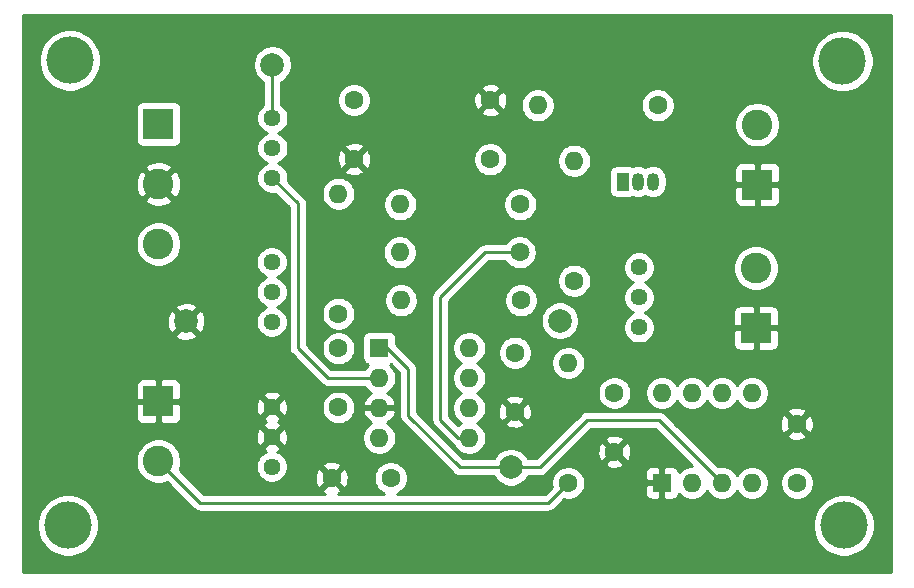
<source format=gbr>
%TF.GenerationSoftware,KiCad,Pcbnew,5.1.10-88a1d61d58~90~ubuntu20.04.1*%
%TF.CreationDate,2021-08-07T20:04:28-04:00*%
%TF.ProjectId,VoltageControlledPWM,566f6c74-6167-4654-936f-6e74726f6c6c,V1.0*%
%TF.SameCoordinates,Original*%
%TF.FileFunction,Copper,L2,Bot*%
%TF.FilePolarity,Positive*%
%FSLAX46Y46*%
G04 Gerber Fmt 4.6, Leading zero omitted, Abs format (unit mm)*
G04 Created by KiCad (PCBNEW 5.1.10-88a1d61d58~90~ubuntu20.04.1) date 2021-08-07 20:04:28*
%MOMM*%
%LPD*%
G01*
G04 APERTURE LIST*
%TA.AperFunction,ComponentPad*%
%ADD10C,2.000000*%
%TD*%
%TA.AperFunction,ComponentPad*%
%ADD11C,1.440000*%
%TD*%
%TA.AperFunction,ComponentPad*%
%ADD12C,1.600000*%
%TD*%
%TA.AperFunction,ComponentPad*%
%ADD13R,2.600000X2.600000*%
%TD*%
%TA.AperFunction,ComponentPad*%
%ADD14C,2.600000*%
%TD*%
%TA.AperFunction,ComponentPad*%
%ADD15O,1.050000X1.500000*%
%TD*%
%TA.AperFunction,ComponentPad*%
%ADD16R,1.050000X1.500000*%
%TD*%
%TA.AperFunction,ComponentPad*%
%ADD17O,1.600000X1.600000*%
%TD*%
%TA.AperFunction,ComponentPad*%
%ADD18R,1.600000X1.600000*%
%TD*%
%TA.AperFunction,ViaPad*%
%ADD19C,4.000000*%
%TD*%
%TA.AperFunction,ViaPad*%
%ADD20C,0.800000*%
%TD*%
%TA.AperFunction,Conductor*%
%ADD21C,0.250000*%
%TD*%
%TA.AperFunction,Conductor*%
%ADD22C,0.254000*%
%TD*%
%TA.AperFunction,Conductor*%
%ADD23C,0.100000*%
%TD*%
G04 APERTURE END LIST*
D10*
%TO.P,TP0,1*%
%TO.N,GND*%
X101193600Y-103581200D03*
%TD*%
%TO.P,TP3,1*%
%TO.N,Net-(R10-Pad1)*%
X132842000Y-103530400D03*
%TD*%
%TO.P,TP2,1*%
%TO.N,Net-(C1-Pad1)*%
X128676400Y-115925600D03*
%TD*%
%TO.P,TP1,1*%
%TO.N,Net-(R1-Pad1)*%
X108508800Y-81838800D03*
%TD*%
D11*
%TO.P,R11,3*%
%TO.N,Net-(R10-Pad2)*%
X108458000Y-115874800D03*
%TO.P,R11,2*%
%TO.N,GND*%
X108458000Y-113334800D03*
%TO.P,R11,1*%
X108458000Y-110794800D03*
%TD*%
%TO.P,R9,3*%
%TO.N,Net-(R8-Pad1)*%
X139547600Y-104089200D03*
%TO.P,R9,2*%
%TO.N,Net-(J3-Pad2)*%
X139547600Y-101549200D03*
%TO.P,R9,1*%
X139547600Y-99009200D03*
%TD*%
%TO.P,R3,3*%
%TO.N,Net-(R1-Pad1)*%
X108458000Y-103632000D03*
%TO.P,R3,2*%
%TO.N,Net-(R2-Pad2)*%
X108458000Y-101092000D03*
%TO.P,R3,1*%
X108458000Y-98552000D03*
%TD*%
%TO.P,R1,3*%
%TO.N,Net-(C1-Pad2)*%
X108508800Y-91440000D03*
%TO.P,R1,2*%
%TO.N,Net-(R1-Pad1)*%
X108508800Y-88900000D03*
%TO.P,R1,1*%
X108508800Y-86360000D03*
%TD*%
D12*
%TO.P,C1,1*%
%TO.N,Net-(C1-Pad1)*%
X114096800Y-105867200D03*
%TO.P,C1,2*%
%TO.N,Net-(C1-Pad2)*%
X114096800Y-110867200D03*
%TD*%
%TO.P,C2,1*%
%TO.N,+12V*%
X115417600Y-84836000D03*
%TO.P,C2,2*%
%TO.N,GND*%
X115417600Y-89836000D03*
%TD*%
%TO.P,C4,2*%
%TO.N,GND*%
X129032000Y-111222800D03*
%TO.P,C4,1*%
%TO.N,+12V*%
X129032000Y-106222800D03*
%TD*%
%TO.P,C6,1*%
%TO.N,+12V*%
X137464800Y-109626400D03*
%TO.P,C6,2*%
%TO.N,GND*%
X137464800Y-114626400D03*
%TD*%
%TO.P,C3,2*%
%TO.N,GND*%
X126949200Y-84865200D03*
%TO.P,C3,1*%
%TO.N,-12V*%
X126949200Y-89865200D03*
%TD*%
%TO.P,C5,2*%
%TO.N,GND*%
X113516400Y-116840000D03*
%TO.P,C5,1*%
%TO.N,-12V*%
X118516400Y-116840000D03*
%TD*%
%TO.P,C7,1*%
%TO.N,-12V*%
X152908000Y-117246400D03*
%TO.P,C7,2*%
%TO.N,GND*%
X152908000Y-112246400D03*
%TD*%
D13*
%TO.P,J1,1*%
%TO.N,+12V*%
X98856800Y-86868000D03*
D14*
%TO.P,J1,2*%
%TO.N,GND*%
X98856800Y-91948000D03*
%TO.P,J1,3*%
%TO.N,-12V*%
X98856800Y-97028000D03*
%TD*%
D13*
%TO.P,J2,1*%
%TO.N,GND*%
X98856800Y-110337600D03*
D14*
%TO.P,J2,2*%
%TO.N,+3.3|5.0V*%
X98856800Y-115417600D03*
%TD*%
%TO.P,J3,2*%
%TO.N,Net-(J3-Pad2)*%
X149555200Y-86918800D03*
D13*
%TO.P,J3,1*%
%TO.N,GND*%
X149555200Y-91998800D03*
%TD*%
%TO.P,J4,1*%
%TO.N,GND*%
X149453600Y-104140000D03*
D14*
%TO.P,J4,2*%
%TO.N,Net-(J4-Pad2)*%
X149453600Y-99060000D03*
%TD*%
D15*
%TO.P,Q1,2*%
%TO.N,Net-(Q1-Pad2)*%
X139446000Y-91744800D03*
%TO.P,Q1,3*%
%TO.N,Net-(Q1-Pad3)*%
X140716000Y-91744800D03*
D16*
%TO.P,Q1,1*%
%TO.N,+12V*%
X138176000Y-91744800D03*
%TD*%
D12*
%TO.P,R2,1*%
%TO.N,Net-(C1-Pad1)*%
X114096800Y-102920800D03*
D17*
%TO.P,R2,2*%
%TO.N,Net-(R2-Pad2)*%
X114096800Y-92760800D03*
%TD*%
D12*
%TO.P,R4,1*%
%TO.N,Net-(Q1-Pad2)*%
X129489200Y-93675200D03*
D17*
%TO.P,R4,2*%
%TO.N,Net-(R4-Pad2)*%
X119329200Y-93675200D03*
%TD*%
%TO.P,R5,2*%
%TO.N,Net-(Q1-Pad2)*%
X134061200Y-89966800D03*
D12*
%TO.P,R5,1*%
%TO.N,+12V*%
X134061200Y-100126800D03*
%TD*%
%TO.P,R6,1*%
%TO.N,Net-(Q1-Pad3)*%
X141122400Y-85293200D03*
D17*
%TO.P,R6,2*%
%TO.N,Net-(R1-Pad1)*%
X130962400Y-85293200D03*
%TD*%
D12*
%TO.P,R7,1*%
%TO.N,+3.3|5.0V*%
X133553200Y-117246400D03*
D17*
%TO.P,R7,2*%
%TO.N,Net-(J4-Pad2)*%
X133553200Y-107086400D03*
%TD*%
%TO.P,R8,2*%
%TO.N,-12V*%
X119278400Y-97739200D03*
D12*
%TO.P,R8,1*%
%TO.N,Net-(R8-Pad1)*%
X129438400Y-97739200D03*
%TD*%
D17*
%TO.P,R10,2*%
%TO.N,Net-(R10-Pad2)*%
X119380000Y-101803200D03*
D12*
%TO.P,R10,1*%
%TO.N,Net-(R10-Pad1)*%
X129540000Y-101803200D03*
%TD*%
D17*
%TO.P,U2,8*%
%TO.N,+12V*%
X125171200Y-105816400D03*
%TO.P,U2,4*%
%TO.N,-12V*%
X117551200Y-113436400D03*
%TO.P,U2,7*%
%TO.N,Net-(R10-Pad1)*%
X125171200Y-108356400D03*
%TO.P,U2,3*%
%TO.N,GND*%
X117551200Y-110896400D03*
%TO.P,U2,6*%
%TO.N,Net-(R10-Pad2)*%
X125171200Y-110896400D03*
%TO.P,U2,2*%
%TO.N,Net-(C1-Pad2)*%
X117551200Y-108356400D03*
%TO.P,U2,5*%
%TO.N,Net-(R8-Pad1)*%
X125171200Y-113436400D03*
D18*
%TO.P,U2,1*%
%TO.N,Net-(C1-Pad1)*%
X117551200Y-105816400D03*
%TD*%
%TO.P,U3,1*%
%TO.N,GND*%
X141478000Y-117246400D03*
D17*
%TO.P,U3,5*%
%TO.N,Net-(U3-Pad5)*%
X149098000Y-109626400D03*
%TO.P,U3,2*%
%TO.N,Net-(R10-Pad1)*%
X144018000Y-117246400D03*
%TO.P,U3,6*%
%TO.N,Net-(U3-Pad6)*%
X146558000Y-109626400D03*
%TO.P,U3,3*%
%TO.N,Net-(C1-Pad1)*%
X146558000Y-117246400D03*
%TO.P,U3,7*%
%TO.N,Net-(J4-Pad2)*%
X144018000Y-109626400D03*
%TO.P,U3,4*%
%TO.N,-12V*%
X149098000Y-117246400D03*
%TO.P,U3,8*%
%TO.N,+12V*%
X141478000Y-109626400D03*
%TD*%
D19*
%TO.N,*%
X91338400Y-81483200D03*
X91186000Y-120853200D03*
X156870400Y-120853200D03*
X156768800Y-81534000D03*
D20*
%TO.N,GND*%
X121869200Y-90576400D03*
X121869200Y-84328000D03*
%TD*%
D21*
%TO.N,+3.3|5.0V*%
X131876800Y-118922800D02*
X102362000Y-118922800D01*
X102362000Y-118922800D02*
X98856800Y-115417600D01*
X133553200Y-117246400D02*
X131876800Y-118922800D01*
%TO.N,Net-(C1-Pad1)*%
X118211600Y-105816400D02*
X117551200Y-105816400D01*
X124358400Y-115925600D02*
X119989600Y-111556800D01*
X131165600Y-115925600D02*
X124358400Y-115925600D01*
X135178800Y-111912400D02*
X131165600Y-115925600D01*
X119989600Y-111556800D02*
X119989600Y-107594400D01*
X141224000Y-111912400D02*
X135178800Y-111912400D01*
X119989600Y-107594400D02*
X118211600Y-105816400D01*
X146558000Y-117246400D02*
X141224000Y-111912400D01*
%TO.N,Net-(R8-Pad1)*%
X130149600Y-97739200D02*
X129438400Y-97739200D01*
X122732800Y-111912400D02*
X124256800Y-113436400D01*
X124256800Y-113436400D02*
X125171200Y-113436400D01*
X122732800Y-101498400D02*
X122732800Y-111912400D01*
X126492000Y-97739200D02*
X122732800Y-101498400D01*
X129438400Y-97739200D02*
X126492000Y-97739200D01*
%TO.N,Net-(C1-Pad2)*%
X113182400Y-108356400D02*
X117551200Y-108356400D01*
X110642400Y-105816400D02*
X113182400Y-108356400D01*
X110642400Y-93573600D02*
X110642400Y-105816400D01*
X108508800Y-91440000D02*
X110642400Y-93573600D01*
%TO.N,Net-(R1-Pad1)*%
X108508800Y-86360000D02*
X108508800Y-81686400D01*
%TD*%
D22*
%TO.N,GND*%
X160840001Y-124840000D02*
X87410000Y-124840000D01*
X87410000Y-120593675D01*
X88551000Y-120593675D01*
X88551000Y-121112725D01*
X88652261Y-121621801D01*
X88850893Y-122101341D01*
X89139262Y-122532915D01*
X89506285Y-122899938D01*
X89937859Y-123188307D01*
X90417399Y-123386939D01*
X90926475Y-123488200D01*
X91445525Y-123488200D01*
X91954601Y-123386939D01*
X92434141Y-123188307D01*
X92865715Y-122899938D01*
X93232738Y-122532915D01*
X93521107Y-122101341D01*
X93719739Y-121621801D01*
X93821000Y-121112725D01*
X93821000Y-120593675D01*
X154235400Y-120593675D01*
X154235400Y-121112725D01*
X154336661Y-121621801D01*
X154535293Y-122101341D01*
X154823662Y-122532915D01*
X155190685Y-122899938D01*
X155622259Y-123188307D01*
X156101799Y-123386939D01*
X156610875Y-123488200D01*
X157129925Y-123488200D01*
X157639001Y-123386939D01*
X158118541Y-123188307D01*
X158550115Y-122899938D01*
X158917138Y-122532915D01*
X159205507Y-122101341D01*
X159404139Y-121621801D01*
X159505400Y-121112725D01*
X159505400Y-120593675D01*
X159404139Y-120084599D01*
X159205507Y-119605059D01*
X158917138Y-119173485D01*
X158550115Y-118806462D01*
X158118541Y-118518093D01*
X157639001Y-118319461D01*
X157129925Y-118218200D01*
X156610875Y-118218200D01*
X156101799Y-118319461D01*
X155622259Y-118518093D01*
X155190685Y-118806462D01*
X154823662Y-119173485D01*
X154535293Y-119605059D01*
X154336661Y-120084599D01*
X154235400Y-120593675D01*
X93821000Y-120593675D01*
X93719739Y-120084599D01*
X93521107Y-119605059D01*
X93232738Y-119173485D01*
X92865715Y-118806462D01*
X92434141Y-118518093D01*
X91954601Y-118319461D01*
X91445525Y-118218200D01*
X90926475Y-118218200D01*
X90417399Y-118319461D01*
X89937859Y-118518093D01*
X89506285Y-118806462D01*
X89139262Y-119173485D01*
X88850893Y-119605059D01*
X88652261Y-120084599D01*
X88551000Y-120593675D01*
X87410000Y-120593675D01*
X87410000Y-115227019D01*
X96921800Y-115227019D01*
X96921800Y-115608181D01*
X96996161Y-115982019D01*
X97142025Y-116334166D01*
X97353787Y-116651091D01*
X97623309Y-116920613D01*
X97940234Y-117132375D01*
X98292381Y-117278239D01*
X98666219Y-117352600D01*
X99047381Y-117352600D01*
X99421219Y-117278239D01*
X99577785Y-117213387D01*
X101798205Y-119433808D01*
X101821999Y-119462801D01*
X101850992Y-119486595D01*
X101850996Y-119486599D01*
X101921685Y-119544611D01*
X101937724Y-119557774D01*
X102069753Y-119628346D01*
X102213014Y-119671803D01*
X102324667Y-119682800D01*
X102324676Y-119682800D01*
X102361999Y-119686476D01*
X102399322Y-119682800D01*
X131839478Y-119682800D01*
X131876800Y-119686476D01*
X131914122Y-119682800D01*
X131914133Y-119682800D01*
X132025786Y-119671803D01*
X132169047Y-119628346D01*
X132301076Y-119557774D01*
X132416801Y-119462801D01*
X132440604Y-119433797D01*
X133229314Y-118645088D01*
X133411865Y-118681400D01*
X133694535Y-118681400D01*
X133971774Y-118626253D01*
X134232927Y-118518080D01*
X134467959Y-118361037D01*
X134667837Y-118161159D01*
X134744516Y-118046400D01*
X140039928Y-118046400D01*
X140052188Y-118170882D01*
X140088498Y-118290580D01*
X140147463Y-118400894D01*
X140226815Y-118497585D01*
X140323506Y-118576937D01*
X140433820Y-118635902D01*
X140553518Y-118672212D01*
X140678000Y-118684472D01*
X141192250Y-118681400D01*
X141351000Y-118522650D01*
X141351000Y-117373400D01*
X140201750Y-117373400D01*
X140043000Y-117532150D01*
X140039928Y-118046400D01*
X134744516Y-118046400D01*
X134824880Y-117926127D01*
X134933053Y-117664974D01*
X134988200Y-117387735D01*
X134988200Y-117105065D01*
X134933053Y-116827826D01*
X134824880Y-116566673D01*
X134744517Y-116446400D01*
X140039928Y-116446400D01*
X140043000Y-116960650D01*
X140201750Y-117119400D01*
X141351000Y-117119400D01*
X141351000Y-115970150D01*
X141192250Y-115811400D01*
X140678000Y-115808328D01*
X140553518Y-115820588D01*
X140433820Y-115856898D01*
X140323506Y-115915863D01*
X140226815Y-115995215D01*
X140147463Y-116091906D01*
X140088498Y-116202220D01*
X140052188Y-116321918D01*
X140039928Y-116446400D01*
X134744517Y-116446400D01*
X134667837Y-116331641D01*
X134467959Y-116131763D01*
X134232927Y-115974720D01*
X133971774Y-115866547D01*
X133694535Y-115811400D01*
X133411865Y-115811400D01*
X133134626Y-115866547D01*
X132873473Y-115974720D01*
X132638441Y-116131763D01*
X132438563Y-116331641D01*
X132281520Y-116566673D01*
X132173347Y-116827826D01*
X132118200Y-117105065D01*
X132118200Y-117387735D01*
X132154512Y-117570286D01*
X131561999Y-118162800D01*
X119072712Y-118162800D01*
X119196127Y-118111680D01*
X119431159Y-117954637D01*
X119631037Y-117754759D01*
X119788080Y-117519727D01*
X119896253Y-117258574D01*
X119951400Y-116981335D01*
X119951400Y-116698665D01*
X119896253Y-116421426D01*
X119788080Y-116160273D01*
X119631037Y-115925241D01*
X119431159Y-115725363D01*
X119196127Y-115568320D01*
X118934974Y-115460147D01*
X118657735Y-115405000D01*
X118375065Y-115405000D01*
X118097826Y-115460147D01*
X117836673Y-115568320D01*
X117601641Y-115725363D01*
X117401763Y-115925241D01*
X117244720Y-116160273D01*
X117136547Y-116421426D01*
X117081400Y-116698665D01*
X117081400Y-116981335D01*
X117136547Y-117258574D01*
X117244720Y-117519727D01*
X117401763Y-117754759D01*
X117601641Y-117954637D01*
X117836673Y-118111680D01*
X117960088Y-118162800D01*
X114079012Y-118162800D01*
X114132692Y-118143603D01*
X114257914Y-118076671D01*
X114329497Y-117832702D01*
X113516400Y-117019605D01*
X112703303Y-117832702D01*
X112774886Y-118076671D01*
X112956911Y-118162800D01*
X102676803Y-118162800D01*
X100652587Y-116138585D01*
X100717439Y-115982019D01*
X100765312Y-115741344D01*
X107103000Y-115741344D01*
X107103000Y-116008256D01*
X107155072Y-116270039D01*
X107257215Y-116516633D01*
X107405503Y-116738562D01*
X107594238Y-116927297D01*
X107816167Y-117075585D01*
X108062761Y-117177728D01*
X108324544Y-117229800D01*
X108591456Y-117229800D01*
X108853239Y-117177728D01*
X109099833Y-117075585D01*
X109321762Y-116927297D01*
X109338547Y-116910512D01*
X112076183Y-116910512D01*
X112117613Y-117190130D01*
X112212797Y-117456292D01*
X112279729Y-117581514D01*
X112523698Y-117653097D01*
X113336795Y-116840000D01*
X113696005Y-116840000D01*
X114509102Y-117653097D01*
X114753071Y-117581514D01*
X114873971Y-117326004D01*
X114942700Y-117051816D01*
X114956617Y-116769488D01*
X114915187Y-116489870D01*
X114820003Y-116223708D01*
X114753071Y-116098486D01*
X114509102Y-116026903D01*
X113696005Y-116840000D01*
X113336795Y-116840000D01*
X112523698Y-116026903D01*
X112279729Y-116098486D01*
X112158829Y-116353996D01*
X112090100Y-116628184D01*
X112076183Y-116910512D01*
X109338547Y-116910512D01*
X109510497Y-116738562D01*
X109658785Y-116516633D01*
X109760928Y-116270039D01*
X109813000Y-116008256D01*
X109813000Y-115847298D01*
X112703303Y-115847298D01*
X113516400Y-116660395D01*
X114329497Y-115847298D01*
X114257914Y-115603329D01*
X114002404Y-115482429D01*
X113728216Y-115413700D01*
X113445888Y-115399783D01*
X113166270Y-115441213D01*
X112900108Y-115536397D01*
X112774886Y-115603329D01*
X112703303Y-115847298D01*
X109813000Y-115847298D01*
X109813000Y-115741344D01*
X109760928Y-115479561D01*
X109658785Y-115232967D01*
X109510497Y-115011038D01*
X109321762Y-114822303D01*
X109099833Y-114674015D01*
X108931676Y-114604362D01*
X109046353Y-114562675D01*
X109152068Y-114506168D01*
X109213955Y-114270360D01*
X108458000Y-113514405D01*
X107702045Y-114270360D01*
X107763932Y-114506168D01*
X107979007Y-114606564D01*
X107816167Y-114674015D01*
X107594238Y-114822303D01*
X107405503Y-115011038D01*
X107257215Y-115232967D01*
X107155072Y-115479561D01*
X107103000Y-115741344D01*
X100765312Y-115741344D01*
X100791800Y-115608181D01*
X100791800Y-115227019D01*
X100717439Y-114853181D01*
X100571575Y-114501034D01*
X100359813Y-114184109D01*
X100090291Y-113914587D01*
X99773366Y-113702825D01*
X99421219Y-113556961D01*
X99047381Y-113482600D01*
X98666219Y-113482600D01*
X98292381Y-113556961D01*
X97940234Y-113702825D01*
X97623309Y-113914587D01*
X97353787Y-114184109D01*
X97142025Y-114501034D01*
X96996161Y-114853181D01*
X96921800Y-115227019D01*
X87410000Y-115227019D01*
X87410000Y-113408480D01*
X107098439Y-113408480D01*
X107138937Y-113672301D01*
X107230125Y-113923153D01*
X107286632Y-114028868D01*
X107522440Y-114090755D01*
X108278395Y-113334800D01*
X108637605Y-113334800D01*
X109393560Y-114090755D01*
X109629368Y-114028868D01*
X109742266Y-113787010D01*
X109805811Y-113527773D01*
X109816065Y-113295065D01*
X116116200Y-113295065D01*
X116116200Y-113577735D01*
X116171347Y-113854974D01*
X116279520Y-114116127D01*
X116436563Y-114351159D01*
X116636441Y-114551037D01*
X116871473Y-114708080D01*
X117132626Y-114816253D01*
X117409865Y-114871400D01*
X117692535Y-114871400D01*
X117969774Y-114816253D01*
X118230927Y-114708080D01*
X118465959Y-114551037D01*
X118665837Y-114351159D01*
X118822880Y-114116127D01*
X118931053Y-113854974D01*
X118986200Y-113577735D01*
X118986200Y-113295065D01*
X118931053Y-113017826D01*
X118822880Y-112756673D01*
X118665837Y-112521641D01*
X118465959Y-112321763D01*
X118230927Y-112164720D01*
X118220335Y-112160333D01*
X118406331Y-112048785D01*
X118614719Y-111859814D01*
X118782237Y-111633820D01*
X118902446Y-111379487D01*
X118943104Y-111245439D01*
X118821115Y-111023400D01*
X117678200Y-111023400D01*
X117678200Y-111043400D01*
X117424200Y-111043400D01*
X117424200Y-111023400D01*
X116281285Y-111023400D01*
X116159296Y-111245439D01*
X116199954Y-111379487D01*
X116320163Y-111633820D01*
X116487681Y-111859814D01*
X116696069Y-112048785D01*
X116882065Y-112160333D01*
X116871473Y-112164720D01*
X116636441Y-112321763D01*
X116436563Y-112521641D01*
X116279520Y-112756673D01*
X116171347Y-113017826D01*
X116116200Y-113295065D01*
X109816065Y-113295065D01*
X109817561Y-113261120D01*
X109777063Y-112997299D01*
X109685875Y-112746447D01*
X109629368Y-112640732D01*
X109393560Y-112578845D01*
X108637605Y-113334800D01*
X108278395Y-113334800D01*
X107522440Y-112578845D01*
X107286632Y-112640732D01*
X107173734Y-112882590D01*
X107110189Y-113141827D01*
X107098439Y-113408480D01*
X87410000Y-113408480D01*
X87410000Y-111637600D01*
X96918728Y-111637600D01*
X96930988Y-111762082D01*
X96967298Y-111881780D01*
X97026263Y-111992094D01*
X97105615Y-112088785D01*
X97202306Y-112168137D01*
X97312620Y-112227102D01*
X97432318Y-112263412D01*
X97556800Y-112275672D01*
X98571050Y-112272600D01*
X98729800Y-112113850D01*
X98729800Y-110464600D01*
X98983800Y-110464600D01*
X98983800Y-112113850D01*
X99142550Y-112272600D01*
X100156800Y-112275672D01*
X100281282Y-112263412D01*
X100400980Y-112227102D01*
X100511294Y-112168137D01*
X100607985Y-112088785D01*
X100687337Y-111992094D01*
X100746302Y-111881780D01*
X100782612Y-111762082D01*
X100785736Y-111730360D01*
X107702045Y-111730360D01*
X107763932Y-111966168D01*
X107979738Y-112066905D01*
X107869647Y-112106925D01*
X107763932Y-112163432D01*
X107702045Y-112399240D01*
X108458000Y-113155195D01*
X109213955Y-112399240D01*
X109152068Y-112163432D01*
X108936262Y-112062695D01*
X109046353Y-112022675D01*
X109152068Y-111966168D01*
X109213955Y-111730360D01*
X108458000Y-110974405D01*
X107702045Y-111730360D01*
X100785736Y-111730360D01*
X100794872Y-111637600D01*
X100792543Y-110868480D01*
X107098439Y-110868480D01*
X107138937Y-111132301D01*
X107230125Y-111383153D01*
X107286632Y-111488868D01*
X107522440Y-111550755D01*
X108278395Y-110794800D01*
X108637605Y-110794800D01*
X109393560Y-111550755D01*
X109629368Y-111488868D01*
X109742266Y-111247010D01*
X109805811Y-110987773D01*
X109817351Y-110725865D01*
X112661800Y-110725865D01*
X112661800Y-111008535D01*
X112716947Y-111285774D01*
X112825120Y-111546927D01*
X112982163Y-111781959D01*
X113182041Y-111981837D01*
X113417073Y-112138880D01*
X113678226Y-112247053D01*
X113955465Y-112302200D01*
X114238135Y-112302200D01*
X114515374Y-112247053D01*
X114776527Y-112138880D01*
X115011559Y-111981837D01*
X115211437Y-111781959D01*
X115368480Y-111546927D01*
X115476653Y-111285774D01*
X115531800Y-111008535D01*
X115531800Y-110725865D01*
X115476653Y-110448626D01*
X115368480Y-110187473D01*
X115211437Y-109952441D01*
X115011559Y-109752563D01*
X114776527Y-109595520D01*
X114515374Y-109487347D01*
X114238135Y-109432200D01*
X113955465Y-109432200D01*
X113678226Y-109487347D01*
X113417073Y-109595520D01*
X113182041Y-109752563D01*
X112982163Y-109952441D01*
X112825120Y-110187473D01*
X112716947Y-110448626D01*
X112661800Y-110725865D01*
X109817351Y-110725865D01*
X109817561Y-110721120D01*
X109777063Y-110457299D01*
X109685875Y-110206447D01*
X109629368Y-110100732D01*
X109393560Y-110038845D01*
X108637605Y-110794800D01*
X108278395Y-110794800D01*
X107522440Y-110038845D01*
X107286632Y-110100732D01*
X107173734Y-110342590D01*
X107110189Y-110601827D01*
X107098439Y-110868480D01*
X100792543Y-110868480D01*
X100791800Y-110623350D01*
X100633050Y-110464600D01*
X98983800Y-110464600D01*
X98729800Y-110464600D01*
X97080550Y-110464600D01*
X96921800Y-110623350D01*
X96918728Y-111637600D01*
X87410000Y-111637600D01*
X87410000Y-109037600D01*
X96918728Y-109037600D01*
X96921800Y-110051850D01*
X97080550Y-110210600D01*
X98729800Y-110210600D01*
X98729800Y-108561350D01*
X98983800Y-108561350D01*
X98983800Y-110210600D01*
X100633050Y-110210600D01*
X100791800Y-110051850D01*
X100792383Y-109859240D01*
X107702045Y-109859240D01*
X108458000Y-110615195D01*
X109213955Y-109859240D01*
X109152068Y-109623432D01*
X108910210Y-109510534D01*
X108650973Y-109446989D01*
X108384320Y-109435239D01*
X108120499Y-109475737D01*
X107869647Y-109566925D01*
X107763932Y-109623432D01*
X107702045Y-109859240D01*
X100792383Y-109859240D01*
X100794872Y-109037600D01*
X100782612Y-108913118D01*
X100746302Y-108793420D01*
X100687337Y-108683106D01*
X100607985Y-108586415D01*
X100511294Y-108507063D01*
X100400980Y-108448098D01*
X100281282Y-108411788D01*
X100156800Y-108399528D01*
X99142550Y-108402600D01*
X98983800Y-108561350D01*
X98729800Y-108561350D01*
X98571050Y-108402600D01*
X97556800Y-108399528D01*
X97432318Y-108411788D01*
X97312620Y-108448098D01*
X97202306Y-108507063D01*
X97105615Y-108586415D01*
X97026263Y-108683106D01*
X96967298Y-108793420D01*
X96930988Y-108913118D01*
X96918728Y-109037600D01*
X87410000Y-109037600D01*
X87410000Y-104716613D01*
X100237792Y-104716613D01*
X100333556Y-104981014D01*
X100623171Y-105121904D01*
X100934708Y-105203584D01*
X101256195Y-105222918D01*
X101575275Y-105179161D01*
X101879688Y-105073995D01*
X102053644Y-104981014D01*
X102149408Y-104716613D01*
X101193600Y-103760805D01*
X100237792Y-104716613D01*
X87410000Y-104716613D01*
X87410000Y-103643795D01*
X99551882Y-103643795D01*
X99595639Y-103962875D01*
X99700805Y-104267288D01*
X99793786Y-104441244D01*
X100058187Y-104537008D01*
X101013995Y-103581200D01*
X101373205Y-103581200D01*
X102329013Y-104537008D01*
X102593414Y-104441244D01*
X102734304Y-104151629D01*
X102815984Y-103840092D01*
X102835318Y-103518605D01*
X102791561Y-103199525D01*
X102686395Y-102895112D01*
X102593414Y-102721156D01*
X102329013Y-102625392D01*
X101373205Y-103581200D01*
X101013995Y-103581200D01*
X100058187Y-102625392D01*
X99793786Y-102721156D01*
X99652896Y-103010771D01*
X99571216Y-103322308D01*
X99551882Y-103643795D01*
X87410000Y-103643795D01*
X87410000Y-102445787D01*
X100237792Y-102445787D01*
X101193600Y-103401595D01*
X102149408Y-102445787D01*
X102053644Y-102181386D01*
X101764029Y-102040496D01*
X101452492Y-101958816D01*
X101131005Y-101939482D01*
X100811925Y-101983239D01*
X100507512Y-102088405D01*
X100333556Y-102181386D01*
X100237792Y-102445787D01*
X87410000Y-102445787D01*
X87410000Y-96837419D01*
X96921800Y-96837419D01*
X96921800Y-97218581D01*
X96996161Y-97592419D01*
X97142025Y-97944566D01*
X97353787Y-98261491D01*
X97623309Y-98531013D01*
X97940234Y-98742775D01*
X98292381Y-98888639D01*
X98666219Y-98963000D01*
X99047381Y-98963000D01*
X99421219Y-98888639D01*
X99773366Y-98742775D01*
X100090291Y-98531013D01*
X100202760Y-98418544D01*
X107103000Y-98418544D01*
X107103000Y-98685456D01*
X107155072Y-98947239D01*
X107257215Y-99193833D01*
X107405503Y-99415762D01*
X107594238Y-99604497D01*
X107816167Y-99752785D01*
X107983266Y-99822000D01*
X107816167Y-99891215D01*
X107594238Y-100039503D01*
X107405503Y-100228238D01*
X107257215Y-100450167D01*
X107155072Y-100696761D01*
X107103000Y-100958544D01*
X107103000Y-101225456D01*
X107155072Y-101487239D01*
X107257215Y-101733833D01*
X107405503Y-101955762D01*
X107594238Y-102144497D01*
X107816167Y-102292785D01*
X107983266Y-102362000D01*
X107816167Y-102431215D01*
X107594238Y-102579503D01*
X107405503Y-102768238D01*
X107257215Y-102990167D01*
X107155072Y-103236761D01*
X107103000Y-103498544D01*
X107103000Y-103765456D01*
X107155072Y-104027239D01*
X107257215Y-104273833D01*
X107405503Y-104495762D01*
X107594238Y-104684497D01*
X107816167Y-104832785D01*
X108062761Y-104934928D01*
X108324544Y-104987000D01*
X108591456Y-104987000D01*
X108853239Y-104934928D01*
X109099833Y-104832785D01*
X109321762Y-104684497D01*
X109510497Y-104495762D01*
X109658785Y-104273833D01*
X109760928Y-104027239D01*
X109813000Y-103765456D01*
X109813000Y-103498544D01*
X109760928Y-103236761D01*
X109658785Y-102990167D01*
X109510497Y-102768238D01*
X109321762Y-102579503D01*
X109099833Y-102431215D01*
X108932734Y-102362000D01*
X109099833Y-102292785D01*
X109321762Y-102144497D01*
X109510497Y-101955762D01*
X109658785Y-101733833D01*
X109760928Y-101487239D01*
X109813000Y-101225456D01*
X109813000Y-100958544D01*
X109760928Y-100696761D01*
X109658785Y-100450167D01*
X109510497Y-100228238D01*
X109321762Y-100039503D01*
X109099833Y-99891215D01*
X108932734Y-99822000D01*
X109099833Y-99752785D01*
X109321762Y-99604497D01*
X109510497Y-99415762D01*
X109658785Y-99193833D01*
X109760928Y-98947239D01*
X109813000Y-98685456D01*
X109813000Y-98418544D01*
X109760928Y-98156761D01*
X109658785Y-97910167D01*
X109510497Y-97688238D01*
X109321762Y-97499503D01*
X109099833Y-97351215D01*
X108853239Y-97249072D01*
X108591456Y-97197000D01*
X108324544Y-97197000D01*
X108062761Y-97249072D01*
X107816167Y-97351215D01*
X107594238Y-97499503D01*
X107405503Y-97688238D01*
X107257215Y-97910167D01*
X107155072Y-98156761D01*
X107103000Y-98418544D01*
X100202760Y-98418544D01*
X100359813Y-98261491D01*
X100571575Y-97944566D01*
X100717439Y-97592419D01*
X100791800Y-97218581D01*
X100791800Y-96837419D01*
X100717439Y-96463581D01*
X100571575Y-96111434D01*
X100359813Y-95794509D01*
X100090291Y-95524987D01*
X99773366Y-95313225D01*
X99421219Y-95167361D01*
X99047381Y-95093000D01*
X98666219Y-95093000D01*
X98292381Y-95167361D01*
X97940234Y-95313225D01*
X97623309Y-95524987D01*
X97353787Y-95794509D01*
X97142025Y-96111434D01*
X96996161Y-96463581D01*
X96921800Y-96837419D01*
X87410000Y-96837419D01*
X87410000Y-93297224D01*
X97687181Y-93297224D01*
X97819117Y-93592312D01*
X98159845Y-93763159D01*
X98527357Y-93864250D01*
X98907529Y-93891701D01*
X99285751Y-93844457D01*
X99647490Y-93724333D01*
X99894483Y-93592312D01*
X100026419Y-93297224D01*
X98856800Y-92127605D01*
X97687181Y-93297224D01*
X87410000Y-93297224D01*
X87410000Y-91998729D01*
X96913099Y-91998729D01*
X96960343Y-92376951D01*
X97080467Y-92738690D01*
X97212488Y-92985683D01*
X97507576Y-93117619D01*
X98677195Y-91948000D01*
X99036405Y-91948000D01*
X100206024Y-93117619D01*
X100501112Y-92985683D01*
X100671959Y-92644955D01*
X100773050Y-92277443D01*
X100800501Y-91897271D01*
X100753257Y-91519049D01*
X100633133Y-91157310D01*
X100501112Y-90910317D01*
X100206024Y-90778381D01*
X99036405Y-91948000D01*
X98677195Y-91948000D01*
X97507576Y-90778381D01*
X97212488Y-90910317D01*
X97041641Y-91251045D01*
X96940550Y-91618557D01*
X96913099Y-91998729D01*
X87410000Y-91998729D01*
X87410000Y-90598776D01*
X97687181Y-90598776D01*
X98856800Y-91768395D01*
X100026419Y-90598776D01*
X99894483Y-90303688D01*
X99553755Y-90132841D01*
X99186243Y-90031750D01*
X98806071Y-90004299D01*
X98427849Y-90051543D01*
X98066110Y-90171667D01*
X97819117Y-90303688D01*
X97687181Y-90598776D01*
X87410000Y-90598776D01*
X87410000Y-85568000D01*
X96918728Y-85568000D01*
X96918728Y-88168000D01*
X96930988Y-88292482D01*
X96967298Y-88412180D01*
X97026263Y-88522494D01*
X97105615Y-88619185D01*
X97202306Y-88698537D01*
X97312620Y-88757502D01*
X97432318Y-88793812D01*
X97556800Y-88806072D01*
X100156800Y-88806072D01*
X100281282Y-88793812D01*
X100400980Y-88757502D01*
X100511294Y-88698537D01*
X100607985Y-88619185D01*
X100687337Y-88522494D01*
X100746302Y-88412180D01*
X100782612Y-88292482D01*
X100794872Y-88168000D01*
X100794872Y-85568000D01*
X100782612Y-85443518D01*
X100746302Y-85323820D01*
X100687337Y-85213506D01*
X100607985Y-85116815D01*
X100511294Y-85037463D01*
X100400980Y-84978498D01*
X100281282Y-84942188D01*
X100156800Y-84929928D01*
X97556800Y-84929928D01*
X97432318Y-84942188D01*
X97312620Y-84978498D01*
X97202306Y-85037463D01*
X97105615Y-85116815D01*
X97026263Y-85213506D01*
X96967298Y-85323820D01*
X96930988Y-85443518D01*
X96918728Y-85568000D01*
X87410000Y-85568000D01*
X87410000Y-81223675D01*
X88703400Y-81223675D01*
X88703400Y-81742725D01*
X88804661Y-82251801D01*
X89003293Y-82731341D01*
X89291662Y-83162915D01*
X89658685Y-83529938D01*
X90090259Y-83818307D01*
X90569799Y-84016939D01*
X91078875Y-84118200D01*
X91597925Y-84118200D01*
X92107001Y-84016939D01*
X92586541Y-83818307D01*
X93018115Y-83529938D01*
X93385138Y-83162915D01*
X93673507Y-82731341D01*
X93872139Y-82251801D01*
X93973400Y-81742725D01*
X93973400Y-81677767D01*
X106873800Y-81677767D01*
X106873800Y-81999833D01*
X106936632Y-82315712D01*
X107059882Y-82613263D01*
X107238813Y-82881052D01*
X107466548Y-83108787D01*
X107734337Y-83287718D01*
X107748801Y-83293709D01*
X107748800Y-85238171D01*
X107645038Y-85307503D01*
X107456303Y-85496238D01*
X107308015Y-85718167D01*
X107205872Y-85964761D01*
X107153800Y-86226544D01*
X107153800Y-86493456D01*
X107205872Y-86755239D01*
X107308015Y-87001833D01*
X107456303Y-87223762D01*
X107645038Y-87412497D01*
X107866967Y-87560785D01*
X108034066Y-87630000D01*
X107866967Y-87699215D01*
X107645038Y-87847503D01*
X107456303Y-88036238D01*
X107308015Y-88258167D01*
X107205872Y-88504761D01*
X107153800Y-88766544D01*
X107153800Y-89033456D01*
X107205872Y-89295239D01*
X107308015Y-89541833D01*
X107456303Y-89763762D01*
X107645038Y-89952497D01*
X107866967Y-90100785D01*
X108034066Y-90170000D01*
X107866967Y-90239215D01*
X107645038Y-90387503D01*
X107456303Y-90576238D01*
X107308015Y-90798167D01*
X107205872Y-91044761D01*
X107153800Y-91306544D01*
X107153800Y-91573456D01*
X107205872Y-91835239D01*
X107308015Y-92081833D01*
X107456303Y-92303762D01*
X107645038Y-92492497D01*
X107866967Y-92640785D01*
X108113561Y-92742928D01*
X108375344Y-92795000D01*
X108642256Y-92795000D01*
X108764652Y-92770654D01*
X109882400Y-93888402D01*
X109882401Y-105779068D01*
X109878724Y-105816400D01*
X109882401Y-105853733D01*
X109893398Y-105965386D01*
X109906487Y-106008535D01*
X109936854Y-106108646D01*
X110007426Y-106240676D01*
X110078601Y-106327402D01*
X110102400Y-106356401D01*
X110131398Y-106380199D01*
X112618605Y-108867408D01*
X112642399Y-108896401D01*
X112671392Y-108920195D01*
X112671396Y-108920199D01*
X112742085Y-108978211D01*
X112758124Y-108991374D01*
X112890153Y-109061946D01*
X113033414Y-109105403D01*
X113145067Y-109116400D01*
X113145076Y-109116400D01*
X113182399Y-109120076D01*
X113219722Y-109116400D01*
X116333157Y-109116400D01*
X116436563Y-109271159D01*
X116636441Y-109471037D01*
X116871473Y-109628080D01*
X116882065Y-109632467D01*
X116696069Y-109744015D01*
X116487681Y-109932986D01*
X116320163Y-110158980D01*
X116199954Y-110413313D01*
X116159296Y-110547361D01*
X116281285Y-110769400D01*
X117424200Y-110769400D01*
X117424200Y-110749400D01*
X117678200Y-110749400D01*
X117678200Y-110769400D01*
X118821115Y-110769400D01*
X118943104Y-110547361D01*
X118902446Y-110413313D01*
X118782237Y-110158980D01*
X118614719Y-109932986D01*
X118406331Y-109744015D01*
X118220335Y-109632467D01*
X118230927Y-109628080D01*
X118465959Y-109471037D01*
X118665837Y-109271159D01*
X118822880Y-109036127D01*
X118931053Y-108774974D01*
X118986200Y-108497735D01*
X118986200Y-108215065D01*
X118931053Y-107937826D01*
X118822880Y-107676673D01*
X118665837Y-107441641D01*
X118467239Y-107243043D01*
X118475682Y-107242212D01*
X118542378Y-107221980D01*
X119229601Y-107909203D01*
X119229600Y-111519477D01*
X119225924Y-111556800D01*
X119229600Y-111594122D01*
X119229600Y-111594132D01*
X119240597Y-111705785D01*
X119281035Y-111839092D01*
X119284054Y-111849046D01*
X119354626Y-111981076D01*
X119371306Y-112001400D01*
X119449599Y-112096801D01*
X119478603Y-112120604D01*
X123794601Y-116436603D01*
X123818399Y-116465601D01*
X123934124Y-116560574D01*
X124066153Y-116631146D01*
X124209414Y-116674603D01*
X124321067Y-116685600D01*
X124321076Y-116685600D01*
X124358399Y-116689276D01*
X124395722Y-116685600D01*
X127221491Y-116685600D01*
X127227482Y-116700063D01*
X127406413Y-116967852D01*
X127634148Y-117195587D01*
X127901937Y-117374518D01*
X128199488Y-117497768D01*
X128515367Y-117560600D01*
X128837433Y-117560600D01*
X129153312Y-117497768D01*
X129450863Y-117374518D01*
X129718652Y-117195587D01*
X129946387Y-116967852D01*
X130125318Y-116700063D01*
X130131309Y-116685600D01*
X131128278Y-116685600D01*
X131165600Y-116689276D01*
X131202922Y-116685600D01*
X131202933Y-116685600D01*
X131314586Y-116674603D01*
X131457847Y-116631146D01*
X131589876Y-116560574D01*
X131705601Y-116465601D01*
X131729404Y-116436597D01*
X132546899Y-115619102D01*
X136651703Y-115619102D01*
X136723286Y-115863071D01*
X136978796Y-115983971D01*
X137252984Y-116052700D01*
X137535312Y-116066617D01*
X137814930Y-116025187D01*
X138081092Y-115930003D01*
X138206314Y-115863071D01*
X138277897Y-115619102D01*
X137464800Y-114806005D01*
X136651703Y-115619102D01*
X132546899Y-115619102D01*
X133469089Y-114696912D01*
X136024583Y-114696912D01*
X136066013Y-114976530D01*
X136161197Y-115242692D01*
X136228129Y-115367914D01*
X136472098Y-115439497D01*
X137285195Y-114626400D01*
X137644405Y-114626400D01*
X138457502Y-115439497D01*
X138701471Y-115367914D01*
X138822371Y-115112404D01*
X138891100Y-114838216D01*
X138905017Y-114555888D01*
X138863587Y-114276270D01*
X138768403Y-114010108D01*
X138701471Y-113884886D01*
X138457502Y-113813303D01*
X137644405Y-114626400D01*
X137285195Y-114626400D01*
X136472098Y-113813303D01*
X136228129Y-113884886D01*
X136107229Y-114140396D01*
X136038500Y-114414584D01*
X136024583Y-114696912D01*
X133469089Y-114696912D01*
X134532303Y-113633698D01*
X136651703Y-113633698D01*
X137464800Y-114446795D01*
X138277897Y-113633698D01*
X138206314Y-113389729D01*
X137950804Y-113268829D01*
X137676616Y-113200100D01*
X137394288Y-113186183D01*
X137114670Y-113227613D01*
X136848508Y-113322797D01*
X136723286Y-113389729D01*
X136651703Y-113633698D01*
X134532303Y-113633698D01*
X135493602Y-112672400D01*
X140909199Y-112672400D01*
X144048198Y-115811400D01*
X143876665Y-115811400D01*
X143599426Y-115866547D01*
X143338273Y-115974720D01*
X143103241Y-116131763D01*
X142904643Y-116330361D01*
X142903812Y-116321918D01*
X142867502Y-116202220D01*
X142808537Y-116091906D01*
X142729185Y-115995215D01*
X142632494Y-115915863D01*
X142522180Y-115856898D01*
X142402482Y-115820588D01*
X142278000Y-115808328D01*
X141763750Y-115811400D01*
X141605000Y-115970150D01*
X141605000Y-117119400D01*
X141625000Y-117119400D01*
X141625000Y-117373400D01*
X141605000Y-117373400D01*
X141605000Y-118522650D01*
X141763750Y-118681400D01*
X142278000Y-118684472D01*
X142402482Y-118672212D01*
X142522180Y-118635902D01*
X142632494Y-118576937D01*
X142729185Y-118497585D01*
X142808537Y-118400894D01*
X142867502Y-118290580D01*
X142903812Y-118170882D01*
X142904643Y-118162439D01*
X143103241Y-118361037D01*
X143338273Y-118518080D01*
X143599426Y-118626253D01*
X143876665Y-118681400D01*
X144159335Y-118681400D01*
X144436574Y-118626253D01*
X144697727Y-118518080D01*
X144932759Y-118361037D01*
X145132637Y-118161159D01*
X145288000Y-117928641D01*
X145443363Y-118161159D01*
X145643241Y-118361037D01*
X145878273Y-118518080D01*
X146139426Y-118626253D01*
X146416665Y-118681400D01*
X146699335Y-118681400D01*
X146976574Y-118626253D01*
X147237727Y-118518080D01*
X147472759Y-118361037D01*
X147672637Y-118161159D01*
X147828000Y-117928641D01*
X147983363Y-118161159D01*
X148183241Y-118361037D01*
X148418273Y-118518080D01*
X148679426Y-118626253D01*
X148956665Y-118681400D01*
X149239335Y-118681400D01*
X149516574Y-118626253D01*
X149777727Y-118518080D01*
X150012759Y-118361037D01*
X150212637Y-118161159D01*
X150369680Y-117926127D01*
X150477853Y-117664974D01*
X150533000Y-117387735D01*
X150533000Y-117105065D01*
X151473000Y-117105065D01*
X151473000Y-117387735D01*
X151528147Y-117664974D01*
X151636320Y-117926127D01*
X151793363Y-118161159D01*
X151993241Y-118361037D01*
X152228273Y-118518080D01*
X152489426Y-118626253D01*
X152766665Y-118681400D01*
X153049335Y-118681400D01*
X153326574Y-118626253D01*
X153587727Y-118518080D01*
X153822759Y-118361037D01*
X154022637Y-118161159D01*
X154179680Y-117926127D01*
X154287853Y-117664974D01*
X154343000Y-117387735D01*
X154343000Y-117105065D01*
X154287853Y-116827826D01*
X154179680Y-116566673D01*
X154022637Y-116331641D01*
X153822759Y-116131763D01*
X153587727Y-115974720D01*
X153326574Y-115866547D01*
X153049335Y-115811400D01*
X152766665Y-115811400D01*
X152489426Y-115866547D01*
X152228273Y-115974720D01*
X151993241Y-116131763D01*
X151793363Y-116331641D01*
X151636320Y-116566673D01*
X151528147Y-116827826D01*
X151473000Y-117105065D01*
X150533000Y-117105065D01*
X150477853Y-116827826D01*
X150369680Y-116566673D01*
X150212637Y-116331641D01*
X150012759Y-116131763D01*
X149777727Y-115974720D01*
X149516574Y-115866547D01*
X149239335Y-115811400D01*
X148956665Y-115811400D01*
X148679426Y-115866547D01*
X148418273Y-115974720D01*
X148183241Y-116131763D01*
X147983363Y-116331641D01*
X147828000Y-116564159D01*
X147672637Y-116331641D01*
X147472759Y-116131763D01*
X147237727Y-115974720D01*
X146976574Y-115866547D01*
X146699335Y-115811400D01*
X146416665Y-115811400D01*
X146234114Y-115847712D01*
X143625504Y-113239102D01*
X152094903Y-113239102D01*
X152166486Y-113483071D01*
X152421996Y-113603971D01*
X152696184Y-113672700D01*
X152978512Y-113686617D01*
X153258130Y-113645187D01*
X153524292Y-113550003D01*
X153649514Y-113483071D01*
X153721097Y-113239102D01*
X152908000Y-112426005D01*
X152094903Y-113239102D01*
X143625504Y-113239102D01*
X142703314Y-112316912D01*
X151467783Y-112316912D01*
X151509213Y-112596530D01*
X151604397Y-112862692D01*
X151671329Y-112987914D01*
X151915298Y-113059497D01*
X152728395Y-112246400D01*
X153087605Y-112246400D01*
X153900702Y-113059497D01*
X154144671Y-112987914D01*
X154265571Y-112732404D01*
X154334300Y-112458216D01*
X154348217Y-112175888D01*
X154306787Y-111896270D01*
X154211603Y-111630108D01*
X154144671Y-111504886D01*
X153900702Y-111433303D01*
X153087605Y-112246400D01*
X152728395Y-112246400D01*
X151915298Y-111433303D01*
X151671329Y-111504886D01*
X151550429Y-111760396D01*
X151481700Y-112034584D01*
X151467783Y-112316912D01*
X142703314Y-112316912D01*
X141787804Y-111401403D01*
X141764001Y-111372399D01*
X141648276Y-111277426D01*
X141603885Y-111253698D01*
X152094903Y-111253698D01*
X152908000Y-112066795D01*
X153721097Y-111253698D01*
X153649514Y-111009729D01*
X153394004Y-110888829D01*
X153119816Y-110820100D01*
X152837488Y-110806183D01*
X152557870Y-110847613D01*
X152291708Y-110942797D01*
X152166486Y-111009729D01*
X152094903Y-111253698D01*
X141603885Y-111253698D01*
X141516247Y-111206854D01*
X141372986Y-111163397D01*
X141261333Y-111152400D01*
X141261322Y-111152400D01*
X141224000Y-111148724D01*
X141186678Y-111152400D01*
X135216123Y-111152400D01*
X135178800Y-111148724D01*
X135141477Y-111152400D01*
X135141467Y-111152400D01*
X135029814Y-111163397D01*
X134886553Y-111206854D01*
X134754524Y-111277426D01*
X134638799Y-111372399D01*
X134615001Y-111401397D01*
X130850799Y-115165600D01*
X130131309Y-115165600D01*
X130125318Y-115151137D01*
X129946387Y-114883348D01*
X129718652Y-114655613D01*
X129450863Y-114476682D01*
X129153312Y-114353432D01*
X128837433Y-114290600D01*
X128515367Y-114290600D01*
X128199488Y-114353432D01*
X127901937Y-114476682D01*
X127634148Y-114655613D01*
X127406413Y-114883348D01*
X127227482Y-115151137D01*
X127221491Y-115165600D01*
X124673202Y-115165600D01*
X120749600Y-111241999D01*
X120749600Y-107631725D01*
X120753276Y-107594400D01*
X120749600Y-107557075D01*
X120749600Y-107557067D01*
X120738603Y-107445414D01*
X120695146Y-107302153D01*
X120624574Y-107170124D01*
X120529601Y-107054399D01*
X120500603Y-107030601D01*
X118989272Y-105519271D01*
X118989272Y-105016400D01*
X118977012Y-104891918D01*
X118940702Y-104772220D01*
X118881737Y-104661906D01*
X118802385Y-104565215D01*
X118705694Y-104485863D01*
X118595380Y-104426898D01*
X118475682Y-104390588D01*
X118351200Y-104378328D01*
X116751200Y-104378328D01*
X116626718Y-104390588D01*
X116507020Y-104426898D01*
X116396706Y-104485863D01*
X116300015Y-104565215D01*
X116220663Y-104661906D01*
X116161698Y-104772220D01*
X116125388Y-104891918D01*
X116113128Y-105016400D01*
X116113128Y-106616400D01*
X116125388Y-106740882D01*
X116161698Y-106860580D01*
X116220663Y-106970894D01*
X116300015Y-107067585D01*
X116396706Y-107146937D01*
X116507020Y-107205902D01*
X116626718Y-107242212D01*
X116635161Y-107243043D01*
X116436563Y-107441641D01*
X116333157Y-107596400D01*
X113497203Y-107596400D01*
X111626667Y-105725865D01*
X112661800Y-105725865D01*
X112661800Y-106008535D01*
X112716947Y-106285774D01*
X112825120Y-106546927D01*
X112982163Y-106781959D01*
X113182041Y-106981837D01*
X113417073Y-107138880D01*
X113678226Y-107247053D01*
X113955465Y-107302200D01*
X114238135Y-107302200D01*
X114515374Y-107247053D01*
X114776527Y-107138880D01*
X115011559Y-106981837D01*
X115211437Y-106781959D01*
X115368480Y-106546927D01*
X115476653Y-106285774D01*
X115531800Y-106008535D01*
X115531800Y-105725865D01*
X115476653Y-105448626D01*
X115368480Y-105187473D01*
X115211437Y-104952441D01*
X115011559Y-104752563D01*
X114776527Y-104595520D01*
X114515374Y-104487347D01*
X114238135Y-104432200D01*
X113955465Y-104432200D01*
X113678226Y-104487347D01*
X113417073Y-104595520D01*
X113182041Y-104752563D01*
X112982163Y-104952441D01*
X112825120Y-105187473D01*
X112716947Y-105448626D01*
X112661800Y-105725865D01*
X111626667Y-105725865D01*
X111402400Y-105501599D01*
X111402400Y-102779465D01*
X112661800Y-102779465D01*
X112661800Y-103062135D01*
X112716947Y-103339374D01*
X112825120Y-103600527D01*
X112982163Y-103835559D01*
X113182041Y-104035437D01*
X113417073Y-104192480D01*
X113678226Y-104300653D01*
X113955465Y-104355800D01*
X114238135Y-104355800D01*
X114515374Y-104300653D01*
X114776527Y-104192480D01*
X115011559Y-104035437D01*
X115211437Y-103835559D01*
X115368480Y-103600527D01*
X115476653Y-103339374D01*
X115531800Y-103062135D01*
X115531800Y-102779465D01*
X115476653Y-102502226D01*
X115368480Y-102241073D01*
X115211437Y-102006041D01*
X115011559Y-101806163D01*
X114795602Y-101661865D01*
X117945000Y-101661865D01*
X117945000Y-101944535D01*
X118000147Y-102221774D01*
X118108320Y-102482927D01*
X118265363Y-102717959D01*
X118465241Y-102917837D01*
X118700273Y-103074880D01*
X118961426Y-103183053D01*
X119238665Y-103238200D01*
X119521335Y-103238200D01*
X119798574Y-103183053D01*
X120059727Y-103074880D01*
X120294759Y-102917837D01*
X120494637Y-102717959D01*
X120651680Y-102482927D01*
X120759853Y-102221774D01*
X120815000Y-101944535D01*
X120815000Y-101661865D01*
X120782485Y-101498400D01*
X121969124Y-101498400D01*
X121972800Y-101535722D01*
X121972801Y-111875068D01*
X121969124Y-111912400D01*
X121972801Y-111949733D01*
X121976471Y-111986989D01*
X121983798Y-112061385D01*
X122027254Y-112204646D01*
X122097826Y-112336676D01*
X122149172Y-112399240D01*
X122192800Y-112452401D01*
X122221798Y-112476199D01*
X123693005Y-113947408D01*
X123716799Y-113976401D01*
X123745792Y-114000195D01*
X123745796Y-114000199D01*
X123780730Y-114028868D01*
X123832524Y-114071374D01*
X123894763Y-114104642D01*
X123899520Y-114116127D01*
X124056563Y-114351159D01*
X124256441Y-114551037D01*
X124491473Y-114708080D01*
X124752626Y-114816253D01*
X125029865Y-114871400D01*
X125312535Y-114871400D01*
X125589774Y-114816253D01*
X125850927Y-114708080D01*
X126085959Y-114551037D01*
X126285837Y-114351159D01*
X126442880Y-114116127D01*
X126551053Y-113854974D01*
X126606200Y-113577735D01*
X126606200Y-113295065D01*
X126551053Y-113017826D01*
X126442880Y-112756673D01*
X126285837Y-112521641D01*
X126085959Y-112321763D01*
X125926928Y-112215502D01*
X128218903Y-112215502D01*
X128290486Y-112459471D01*
X128545996Y-112580371D01*
X128820184Y-112649100D01*
X129102512Y-112663017D01*
X129382130Y-112621587D01*
X129648292Y-112526403D01*
X129773514Y-112459471D01*
X129845097Y-112215502D01*
X129032000Y-111402405D01*
X128218903Y-112215502D01*
X125926928Y-112215502D01*
X125853441Y-112166400D01*
X126085959Y-112011037D01*
X126285837Y-111811159D01*
X126442880Y-111576127D01*
X126551053Y-111314974D01*
X126555361Y-111293312D01*
X127591783Y-111293312D01*
X127633213Y-111572930D01*
X127728397Y-111839092D01*
X127795329Y-111964314D01*
X128039298Y-112035897D01*
X128852395Y-111222800D01*
X129211605Y-111222800D01*
X130024702Y-112035897D01*
X130268671Y-111964314D01*
X130389571Y-111708804D01*
X130458300Y-111434616D01*
X130472217Y-111152288D01*
X130430787Y-110872670D01*
X130335603Y-110606508D01*
X130268671Y-110481286D01*
X130024702Y-110409703D01*
X129211605Y-111222800D01*
X128852395Y-111222800D01*
X128039298Y-110409703D01*
X127795329Y-110481286D01*
X127674429Y-110736796D01*
X127605700Y-111010984D01*
X127591783Y-111293312D01*
X126555361Y-111293312D01*
X126606200Y-111037735D01*
X126606200Y-110755065D01*
X126551053Y-110477826D01*
X126448441Y-110230098D01*
X128218903Y-110230098D01*
X129032000Y-111043195D01*
X129845097Y-110230098D01*
X129773514Y-109986129D01*
X129518004Y-109865229D01*
X129243816Y-109796500D01*
X128961488Y-109782583D01*
X128681870Y-109824013D01*
X128415708Y-109919197D01*
X128290486Y-109986129D01*
X128218903Y-110230098D01*
X126448441Y-110230098D01*
X126442880Y-110216673D01*
X126285837Y-109981641D01*
X126085959Y-109781763D01*
X125853441Y-109626400D01*
X126064964Y-109485065D01*
X136029800Y-109485065D01*
X136029800Y-109767735D01*
X136084947Y-110044974D01*
X136193120Y-110306127D01*
X136350163Y-110541159D01*
X136550041Y-110741037D01*
X136785073Y-110898080D01*
X137046226Y-111006253D01*
X137323465Y-111061400D01*
X137606135Y-111061400D01*
X137883374Y-111006253D01*
X138144527Y-110898080D01*
X138379559Y-110741037D01*
X138579437Y-110541159D01*
X138736480Y-110306127D01*
X138844653Y-110044974D01*
X138899800Y-109767735D01*
X138899800Y-109485065D01*
X140043000Y-109485065D01*
X140043000Y-109767735D01*
X140098147Y-110044974D01*
X140206320Y-110306127D01*
X140363363Y-110541159D01*
X140563241Y-110741037D01*
X140798273Y-110898080D01*
X141059426Y-111006253D01*
X141336665Y-111061400D01*
X141619335Y-111061400D01*
X141896574Y-111006253D01*
X142157727Y-110898080D01*
X142392759Y-110741037D01*
X142592637Y-110541159D01*
X142748000Y-110308641D01*
X142903363Y-110541159D01*
X143103241Y-110741037D01*
X143338273Y-110898080D01*
X143599426Y-111006253D01*
X143876665Y-111061400D01*
X144159335Y-111061400D01*
X144436574Y-111006253D01*
X144697727Y-110898080D01*
X144932759Y-110741037D01*
X145132637Y-110541159D01*
X145288000Y-110308641D01*
X145443363Y-110541159D01*
X145643241Y-110741037D01*
X145878273Y-110898080D01*
X146139426Y-111006253D01*
X146416665Y-111061400D01*
X146699335Y-111061400D01*
X146976574Y-111006253D01*
X147237727Y-110898080D01*
X147472759Y-110741037D01*
X147672637Y-110541159D01*
X147828000Y-110308641D01*
X147983363Y-110541159D01*
X148183241Y-110741037D01*
X148418273Y-110898080D01*
X148679426Y-111006253D01*
X148956665Y-111061400D01*
X149239335Y-111061400D01*
X149516574Y-111006253D01*
X149777727Y-110898080D01*
X150012759Y-110741037D01*
X150212637Y-110541159D01*
X150369680Y-110306127D01*
X150477853Y-110044974D01*
X150533000Y-109767735D01*
X150533000Y-109485065D01*
X150477853Y-109207826D01*
X150369680Y-108946673D01*
X150212637Y-108711641D01*
X150012759Y-108511763D01*
X149777727Y-108354720D01*
X149516574Y-108246547D01*
X149239335Y-108191400D01*
X148956665Y-108191400D01*
X148679426Y-108246547D01*
X148418273Y-108354720D01*
X148183241Y-108511763D01*
X147983363Y-108711641D01*
X147828000Y-108944159D01*
X147672637Y-108711641D01*
X147472759Y-108511763D01*
X147237727Y-108354720D01*
X146976574Y-108246547D01*
X146699335Y-108191400D01*
X146416665Y-108191400D01*
X146139426Y-108246547D01*
X145878273Y-108354720D01*
X145643241Y-108511763D01*
X145443363Y-108711641D01*
X145288000Y-108944159D01*
X145132637Y-108711641D01*
X144932759Y-108511763D01*
X144697727Y-108354720D01*
X144436574Y-108246547D01*
X144159335Y-108191400D01*
X143876665Y-108191400D01*
X143599426Y-108246547D01*
X143338273Y-108354720D01*
X143103241Y-108511763D01*
X142903363Y-108711641D01*
X142748000Y-108944159D01*
X142592637Y-108711641D01*
X142392759Y-108511763D01*
X142157727Y-108354720D01*
X141896574Y-108246547D01*
X141619335Y-108191400D01*
X141336665Y-108191400D01*
X141059426Y-108246547D01*
X140798273Y-108354720D01*
X140563241Y-108511763D01*
X140363363Y-108711641D01*
X140206320Y-108946673D01*
X140098147Y-109207826D01*
X140043000Y-109485065D01*
X138899800Y-109485065D01*
X138844653Y-109207826D01*
X138736480Y-108946673D01*
X138579437Y-108711641D01*
X138379559Y-108511763D01*
X138144527Y-108354720D01*
X137883374Y-108246547D01*
X137606135Y-108191400D01*
X137323465Y-108191400D01*
X137046226Y-108246547D01*
X136785073Y-108354720D01*
X136550041Y-108511763D01*
X136350163Y-108711641D01*
X136193120Y-108946673D01*
X136084947Y-109207826D01*
X136029800Y-109485065D01*
X126064964Y-109485065D01*
X126085959Y-109471037D01*
X126285837Y-109271159D01*
X126442880Y-109036127D01*
X126551053Y-108774974D01*
X126606200Y-108497735D01*
X126606200Y-108215065D01*
X126551053Y-107937826D01*
X126442880Y-107676673D01*
X126285837Y-107441641D01*
X126085959Y-107241763D01*
X125853441Y-107086400D01*
X126085959Y-106931037D01*
X126285837Y-106731159D01*
X126442880Y-106496127D01*
X126551053Y-106234974D01*
X126581588Y-106081465D01*
X127597000Y-106081465D01*
X127597000Y-106364135D01*
X127652147Y-106641374D01*
X127760320Y-106902527D01*
X127917363Y-107137559D01*
X128117241Y-107337437D01*
X128352273Y-107494480D01*
X128613426Y-107602653D01*
X128890665Y-107657800D01*
X129173335Y-107657800D01*
X129450574Y-107602653D01*
X129711727Y-107494480D01*
X129946759Y-107337437D01*
X130146637Y-107137559D01*
X130275257Y-106945065D01*
X132118200Y-106945065D01*
X132118200Y-107227735D01*
X132173347Y-107504974D01*
X132281520Y-107766127D01*
X132438563Y-108001159D01*
X132638441Y-108201037D01*
X132873473Y-108358080D01*
X133134626Y-108466253D01*
X133411865Y-108521400D01*
X133694535Y-108521400D01*
X133971774Y-108466253D01*
X134232927Y-108358080D01*
X134467959Y-108201037D01*
X134667837Y-108001159D01*
X134824880Y-107766127D01*
X134933053Y-107504974D01*
X134988200Y-107227735D01*
X134988200Y-106945065D01*
X134933053Y-106667826D01*
X134824880Y-106406673D01*
X134667837Y-106171641D01*
X134467959Y-105971763D01*
X134232927Y-105814720D01*
X133971774Y-105706547D01*
X133694535Y-105651400D01*
X133411865Y-105651400D01*
X133134626Y-105706547D01*
X132873473Y-105814720D01*
X132638441Y-105971763D01*
X132438563Y-106171641D01*
X132281520Y-106406673D01*
X132173347Y-106667826D01*
X132118200Y-106945065D01*
X130275257Y-106945065D01*
X130303680Y-106902527D01*
X130411853Y-106641374D01*
X130467000Y-106364135D01*
X130467000Y-106081465D01*
X130411853Y-105804226D01*
X130303680Y-105543073D01*
X130146637Y-105308041D01*
X129946759Y-105108163D01*
X129711727Y-104951120D01*
X129450574Y-104842947D01*
X129173335Y-104787800D01*
X128890665Y-104787800D01*
X128613426Y-104842947D01*
X128352273Y-104951120D01*
X128117241Y-105108163D01*
X127917363Y-105308041D01*
X127760320Y-105543073D01*
X127652147Y-105804226D01*
X127597000Y-106081465D01*
X126581588Y-106081465D01*
X126606200Y-105957735D01*
X126606200Y-105675065D01*
X126551053Y-105397826D01*
X126442880Y-105136673D01*
X126285837Y-104901641D01*
X126085959Y-104701763D01*
X125850927Y-104544720D01*
X125589774Y-104436547D01*
X125312535Y-104381400D01*
X125029865Y-104381400D01*
X124752626Y-104436547D01*
X124491473Y-104544720D01*
X124256441Y-104701763D01*
X124056563Y-104901641D01*
X123899520Y-105136673D01*
X123791347Y-105397826D01*
X123736200Y-105675065D01*
X123736200Y-105957735D01*
X123791347Y-106234974D01*
X123899520Y-106496127D01*
X124056563Y-106731159D01*
X124256441Y-106931037D01*
X124488959Y-107086400D01*
X124256441Y-107241763D01*
X124056563Y-107441641D01*
X123899520Y-107676673D01*
X123791347Y-107937826D01*
X123736200Y-108215065D01*
X123736200Y-108497735D01*
X123791347Y-108774974D01*
X123899520Y-109036127D01*
X124056563Y-109271159D01*
X124256441Y-109471037D01*
X124488959Y-109626400D01*
X124256441Y-109781763D01*
X124056563Y-109981641D01*
X123899520Y-110216673D01*
X123791347Y-110477826D01*
X123736200Y-110755065D01*
X123736200Y-111037735D01*
X123791347Y-111314974D01*
X123899520Y-111576127D01*
X124056563Y-111811159D01*
X124256441Y-112011037D01*
X124488959Y-112166400D01*
X124256441Y-112321763D01*
X124236703Y-112341501D01*
X123492800Y-111597599D01*
X123492800Y-103369367D01*
X131207000Y-103369367D01*
X131207000Y-103691433D01*
X131269832Y-104007312D01*
X131393082Y-104304863D01*
X131572013Y-104572652D01*
X131799748Y-104800387D01*
X132067537Y-104979318D01*
X132365088Y-105102568D01*
X132680967Y-105165400D01*
X133003033Y-105165400D01*
X133318912Y-105102568D01*
X133616463Y-104979318D01*
X133884252Y-104800387D01*
X134111987Y-104572652D01*
X134290918Y-104304863D01*
X134414168Y-104007312D01*
X134477000Y-103691433D01*
X134477000Y-103369367D01*
X134414168Y-103053488D01*
X134290918Y-102755937D01*
X134111987Y-102488148D01*
X133884252Y-102260413D01*
X133616463Y-102081482D01*
X133318912Y-101958232D01*
X133003033Y-101895400D01*
X132680967Y-101895400D01*
X132365088Y-101958232D01*
X132067537Y-102081482D01*
X131799748Y-102260413D01*
X131572013Y-102488148D01*
X131393082Y-102755937D01*
X131269832Y-103053488D01*
X131207000Y-103369367D01*
X123492800Y-103369367D01*
X123492800Y-101813201D01*
X123644136Y-101661865D01*
X128105000Y-101661865D01*
X128105000Y-101944535D01*
X128160147Y-102221774D01*
X128268320Y-102482927D01*
X128425363Y-102717959D01*
X128625241Y-102917837D01*
X128860273Y-103074880D01*
X129121426Y-103183053D01*
X129398665Y-103238200D01*
X129681335Y-103238200D01*
X129958574Y-103183053D01*
X130219727Y-103074880D01*
X130454759Y-102917837D01*
X130654637Y-102717959D01*
X130811680Y-102482927D01*
X130919853Y-102221774D01*
X130975000Y-101944535D01*
X130975000Y-101661865D01*
X130919853Y-101384626D01*
X130811680Y-101123473D01*
X130654637Y-100888441D01*
X130454759Y-100688563D01*
X130219727Y-100531520D01*
X129958574Y-100423347D01*
X129681335Y-100368200D01*
X129398665Y-100368200D01*
X129121426Y-100423347D01*
X128860273Y-100531520D01*
X128625241Y-100688563D01*
X128425363Y-100888441D01*
X128268320Y-101123473D01*
X128160147Y-101384626D01*
X128105000Y-101661865D01*
X123644136Y-101661865D01*
X125320536Y-99985465D01*
X132626200Y-99985465D01*
X132626200Y-100268135D01*
X132681347Y-100545374D01*
X132789520Y-100806527D01*
X132946563Y-101041559D01*
X133146441Y-101241437D01*
X133381473Y-101398480D01*
X133642626Y-101506653D01*
X133919865Y-101561800D01*
X134202535Y-101561800D01*
X134479774Y-101506653D01*
X134740927Y-101398480D01*
X134975959Y-101241437D01*
X135175837Y-101041559D01*
X135332880Y-100806527D01*
X135441053Y-100545374D01*
X135496200Y-100268135D01*
X135496200Y-99985465D01*
X135441053Y-99708226D01*
X135332880Y-99447073D01*
X135175837Y-99212041D01*
X134975959Y-99012163D01*
X134771794Y-98875744D01*
X138192600Y-98875744D01*
X138192600Y-99142656D01*
X138244672Y-99404439D01*
X138346815Y-99651033D01*
X138495103Y-99872962D01*
X138683838Y-100061697D01*
X138905767Y-100209985D01*
X139072866Y-100279200D01*
X138905767Y-100348415D01*
X138683838Y-100496703D01*
X138495103Y-100685438D01*
X138346815Y-100907367D01*
X138244672Y-101153961D01*
X138192600Y-101415744D01*
X138192600Y-101682656D01*
X138244672Y-101944439D01*
X138346815Y-102191033D01*
X138495103Y-102412962D01*
X138683838Y-102601697D01*
X138905767Y-102749985D01*
X139072866Y-102819200D01*
X138905767Y-102888415D01*
X138683838Y-103036703D01*
X138495103Y-103225438D01*
X138346815Y-103447367D01*
X138244672Y-103693961D01*
X138192600Y-103955744D01*
X138192600Y-104222656D01*
X138244672Y-104484439D01*
X138346815Y-104731033D01*
X138495103Y-104952962D01*
X138683838Y-105141697D01*
X138905767Y-105289985D01*
X139152361Y-105392128D01*
X139414144Y-105444200D01*
X139681056Y-105444200D01*
X139702170Y-105440000D01*
X147515528Y-105440000D01*
X147527788Y-105564482D01*
X147564098Y-105684180D01*
X147623063Y-105794494D01*
X147702415Y-105891185D01*
X147799106Y-105970537D01*
X147909420Y-106029502D01*
X148029118Y-106065812D01*
X148153600Y-106078072D01*
X149167850Y-106075000D01*
X149326600Y-105916250D01*
X149326600Y-104267000D01*
X149580600Y-104267000D01*
X149580600Y-105916250D01*
X149739350Y-106075000D01*
X150753600Y-106078072D01*
X150878082Y-106065812D01*
X150997780Y-106029502D01*
X151108094Y-105970537D01*
X151204785Y-105891185D01*
X151284137Y-105794494D01*
X151343102Y-105684180D01*
X151379412Y-105564482D01*
X151391672Y-105440000D01*
X151388600Y-104425750D01*
X151229850Y-104267000D01*
X149580600Y-104267000D01*
X149326600Y-104267000D01*
X147677350Y-104267000D01*
X147518600Y-104425750D01*
X147515528Y-105440000D01*
X139702170Y-105440000D01*
X139942839Y-105392128D01*
X140189433Y-105289985D01*
X140411362Y-105141697D01*
X140600097Y-104952962D01*
X140748385Y-104731033D01*
X140850528Y-104484439D01*
X140902600Y-104222656D01*
X140902600Y-103955744D01*
X140850528Y-103693961D01*
X140748385Y-103447367D01*
X140600097Y-103225438D01*
X140411362Y-103036703D01*
X140189433Y-102888415D01*
X140072550Y-102840000D01*
X147515528Y-102840000D01*
X147518600Y-103854250D01*
X147677350Y-104013000D01*
X149326600Y-104013000D01*
X149326600Y-102363750D01*
X149580600Y-102363750D01*
X149580600Y-104013000D01*
X151229850Y-104013000D01*
X151388600Y-103854250D01*
X151391672Y-102840000D01*
X151379412Y-102715518D01*
X151343102Y-102595820D01*
X151284137Y-102485506D01*
X151204785Y-102388815D01*
X151108094Y-102309463D01*
X150997780Y-102250498D01*
X150878082Y-102214188D01*
X150753600Y-102201928D01*
X149739350Y-102205000D01*
X149580600Y-102363750D01*
X149326600Y-102363750D01*
X149167850Y-102205000D01*
X148153600Y-102201928D01*
X148029118Y-102214188D01*
X147909420Y-102250498D01*
X147799106Y-102309463D01*
X147702415Y-102388815D01*
X147623063Y-102485506D01*
X147564098Y-102595820D01*
X147527788Y-102715518D01*
X147515528Y-102840000D01*
X140072550Y-102840000D01*
X140022334Y-102819200D01*
X140189433Y-102749985D01*
X140411362Y-102601697D01*
X140600097Y-102412962D01*
X140748385Y-102191033D01*
X140850528Y-101944439D01*
X140902600Y-101682656D01*
X140902600Y-101415744D01*
X140850528Y-101153961D01*
X140748385Y-100907367D01*
X140600097Y-100685438D01*
X140411362Y-100496703D01*
X140189433Y-100348415D01*
X140022334Y-100279200D01*
X140189433Y-100209985D01*
X140411362Y-100061697D01*
X140600097Y-99872962D01*
X140748385Y-99651033D01*
X140850528Y-99404439D01*
X140902600Y-99142656D01*
X140902600Y-98875744D01*
X140901342Y-98869419D01*
X147518600Y-98869419D01*
X147518600Y-99250581D01*
X147592961Y-99624419D01*
X147738825Y-99976566D01*
X147950587Y-100293491D01*
X148220109Y-100563013D01*
X148537034Y-100774775D01*
X148889181Y-100920639D01*
X149263019Y-100995000D01*
X149644181Y-100995000D01*
X150018019Y-100920639D01*
X150370166Y-100774775D01*
X150687091Y-100563013D01*
X150956613Y-100293491D01*
X151168375Y-99976566D01*
X151314239Y-99624419D01*
X151388600Y-99250581D01*
X151388600Y-98869419D01*
X151314239Y-98495581D01*
X151168375Y-98143434D01*
X150956613Y-97826509D01*
X150687091Y-97556987D01*
X150370166Y-97345225D01*
X150018019Y-97199361D01*
X149644181Y-97125000D01*
X149263019Y-97125000D01*
X148889181Y-97199361D01*
X148537034Y-97345225D01*
X148220109Y-97556987D01*
X147950587Y-97826509D01*
X147738825Y-98143434D01*
X147592961Y-98495581D01*
X147518600Y-98869419D01*
X140901342Y-98869419D01*
X140850528Y-98613961D01*
X140748385Y-98367367D01*
X140600097Y-98145438D01*
X140411362Y-97956703D01*
X140189433Y-97808415D01*
X139942839Y-97706272D01*
X139681056Y-97654200D01*
X139414144Y-97654200D01*
X139152361Y-97706272D01*
X138905767Y-97808415D01*
X138683838Y-97956703D01*
X138495103Y-98145438D01*
X138346815Y-98367367D01*
X138244672Y-98613961D01*
X138192600Y-98875744D01*
X134771794Y-98875744D01*
X134740927Y-98855120D01*
X134479774Y-98746947D01*
X134202535Y-98691800D01*
X133919865Y-98691800D01*
X133642626Y-98746947D01*
X133381473Y-98855120D01*
X133146441Y-99012163D01*
X132946563Y-99212041D01*
X132789520Y-99447073D01*
X132681347Y-99708226D01*
X132626200Y-99985465D01*
X125320536Y-99985465D01*
X126806802Y-98499200D01*
X128220357Y-98499200D01*
X128323763Y-98653959D01*
X128523641Y-98853837D01*
X128758673Y-99010880D01*
X129019826Y-99119053D01*
X129297065Y-99174200D01*
X129579735Y-99174200D01*
X129856974Y-99119053D01*
X130118127Y-99010880D01*
X130353159Y-98853837D01*
X130553037Y-98653959D01*
X130710080Y-98418927D01*
X130818253Y-98157774D01*
X130836408Y-98066502D01*
X130855146Y-98031447D01*
X130898603Y-97888186D01*
X130913277Y-97739200D01*
X130898603Y-97590214D01*
X130855146Y-97446953D01*
X130836408Y-97411898D01*
X130818253Y-97320626D01*
X130710080Y-97059473D01*
X130553037Y-96824441D01*
X130353159Y-96624563D01*
X130118127Y-96467520D01*
X129856974Y-96359347D01*
X129579735Y-96304200D01*
X129297065Y-96304200D01*
X129019826Y-96359347D01*
X128758673Y-96467520D01*
X128523641Y-96624563D01*
X128323763Y-96824441D01*
X128220357Y-96979200D01*
X126529333Y-96979200D01*
X126492000Y-96975523D01*
X126454667Y-96979200D01*
X126343014Y-96990197D01*
X126199753Y-97033654D01*
X126067724Y-97104226D01*
X125951999Y-97199199D01*
X125928201Y-97228197D01*
X122221803Y-100934596D01*
X122192799Y-100958399D01*
X122162762Y-100995000D01*
X122097826Y-101074124D01*
X122055152Y-101153961D01*
X122027254Y-101206154D01*
X121983797Y-101349415D01*
X121972800Y-101461068D01*
X121972800Y-101461078D01*
X121969124Y-101498400D01*
X120782485Y-101498400D01*
X120759853Y-101384626D01*
X120651680Y-101123473D01*
X120494637Y-100888441D01*
X120294759Y-100688563D01*
X120059727Y-100531520D01*
X119798574Y-100423347D01*
X119521335Y-100368200D01*
X119238665Y-100368200D01*
X118961426Y-100423347D01*
X118700273Y-100531520D01*
X118465241Y-100688563D01*
X118265363Y-100888441D01*
X118108320Y-101123473D01*
X118000147Y-101384626D01*
X117945000Y-101661865D01*
X114795602Y-101661865D01*
X114776527Y-101649120D01*
X114515374Y-101540947D01*
X114238135Y-101485800D01*
X113955465Y-101485800D01*
X113678226Y-101540947D01*
X113417073Y-101649120D01*
X113182041Y-101806163D01*
X112982163Y-102006041D01*
X112825120Y-102241073D01*
X112716947Y-102502226D01*
X112661800Y-102779465D01*
X111402400Y-102779465D01*
X111402400Y-97597865D01*
X117843400Y-97597865D01*
X117843400Y-97880535D01*
X117898547Y-98157774D01*
X118006720Y-98418927D01*
X118163763Y-98653959D01*
X118363641Y-98853837D01*
X118598673Y-99010880D01*
X118859826Y-99119053D01*
X119137065Y-99174200D01*
X119419735Y-99174200D01*
X119696974Y-99119053D01*
X119958127Y-99010880D01*
X120193159Y-98853837D01*
X120393037Y-98653959D01*
X120550080Y-98418927D01*
X120658253Y-98157774D01*
X120713400Y-97880535D01*
X120713400Y-97597865D01*
X120658253Y-97320626D01*
X120550080Y-97059473D01*
X120393037Y-96824441D01*
X120193159Y-96624563D01*
X119958127Y-96467520D01*
X119696974Y-96359347D01*
X119419735Y-96304200D01*
X119137065Y-96304200D01*
X118859826Y-96359347D01*
X118598673Y-96467520D01*
X118363641Y-96624563D01*
X118163763Y-96824441D01*
X118006720Y-97059473D01*
X117898547Y-97320626D01*
X117843400Y-97597865D01*
X111402400Y-97597865D01*
X111402400Y-93610922D01*
X111406076Y-93573599D01*
X111402400Y-93536276D01*
X111402400Y-93536267D01*
X111391403Y-93424614D01*
X111347946Y-93281353D01*
X111334729Y-93256626D01*
X111277374Y-93149323D01*
X111206199Y-93062597D01*
X111182401Y-93033599D01*
X111153404Y-93009802D01*
X110763067Y-92619465D01*
X112661800Y-92619465D01*
X112661800Y-92902135D01*
X112716947Y-93179374D01*
X112825120Y-93440527D01*
X112982163Y-93675559D01*
X113182041Y-93875437D01*
X113417073Y-94032480D01*
X113678226Y-94140653D01*
X113955465Y-94195800D01*
X114238135Y-94195800D01*
X114515374Y-94140653D01*
X114776527Y-94032480D01*
X115011559Y-93875437D01*
X115211437Y-93675559D01*
X115306113Y-93533865D01*
X117894200Y-93533865D01*
X117894200Y-93816535D01*
X117949347Y-94093774D01*
X118057520Y-94354927D01*
X118214563Y-94589959D01*
X118414441Y-94789837D01*
X118649473Y-94946880D01*
X118910626Y-95055053D01*
X119187865Y-95110200D01*
X119470535Y-95110200D01*
X119747774Y-95055053D01*
X120008927Y-94946880D01*
X120243959Y-94789837D01*
X120443837Y-94589959D01*
X120600880Y-94354927D01*
X120709053Y-94093774D01*
X120764200Y-93816535D01*
X120764200Y-93533865D01*
X128054200Y-93533865D01*
X128054200Y-93816535D01*
X128109347Y-94093774D01*
X128217520Y-94354927D01*
X128374563Y-94589959D01*
X128574441Y-94789837D01*
X128809473Y-94946880D01*
X129070626Y-95055053D01*
X129347865Y-95110200D01*
X129630535Y-95110200D01*
X129907774Y-95055053D01*
X130168927Y-94946880D01*
X130403959Y-94789837D01*
X130603837Y-94589959D01*
X130760880Y-94354927D01*
X130869053Y-94093774D01*
X130924200Y-93816535D01*
X130924200Y-93533865D01*
X130877443Y-93298800D01*
X147617128Y-93298800D01*
X147629388Y-93423282D01*
X147665698Y-93542980D01*
X147724663Y-93653294D01*
X147804015Y-93749985D01*
X147900706Y-93829337D01*
X148011020Y-93888302D01*
X148130718Y-93924612D01*
X148255200Y-93936872D01*
X149269450Y-93933800D01*
X149428200Y-93775050D01*
X149428200Y-92125800D01*
X149682200Y-92125800D01*
X149682200Y-93775050D01*
X149840950Y-93933800D01*
X150855200Y-93936872D01*
X150979682Y-93924612D01*
X151099380Y-93888302D01*
X151209694Y-93829337D01*
X151306385Y-93749985D01*
X151385737Y-93653294D01*
X151444702Y-93542980D01*
X151481012Y-93423282D01*
X151493272Y-93298800D01*
X151490200Y-92284550D01*
X151331450Y-92125800D01*
X149682200Y-92125800D01*
X149428200Y-92125800D01*
X147778950Y-92125800D01*
X147620200Y-92284550D01*
X147617128Y-93298800D01*
X130877443Y-93298800D01*
X130869053Y-93256626D01*
X130760880Y-92995473D01*
X130603837Y-92760441D01*
X130403959Y-92560563D01*
X130168927Y-92403520D01*
X129907774Y-92295347D01*
X129630535Y-92240200D01*
X129347865Y-92240200D01*
X129070626Y-92295347D01*
X128809473Y-92403520D01*
X128574441Y-92560563D01*
X128374563Y-92760441D01*
X128217520Y-92995473D01*
X128109347Y-93256626D01*
X128054200Y-93533865D01*
X120764200Y-93533865D01*
X120709053Y-93256626D01*
X120600880Y-92995473D01*
X120443837Y-92760441D01*
X120243959Y-92560563D01*
X120008927Y-92403520D01*
X119747774Y-92295347D01*
X119470535Y-92240200D01*
X119187865Y-92240200D01*
X118910626Y-92295347D01*
X118649473Y-92403520D01*
X118414441Y-92560563D01*
X118214563Y-92760441D01*
X118057520Y-92995473D01*
X117949347Y-93256626D01*
X117894200Y-93533865D01*
X115306113Y-93533865D01*
X115368480Y-93440527D01*
X115476653Y-93179374D01*
X115531800Y-92902135D01*
X115531800Y-92619465D01*
X115476653Y-92342226D01*
X115368480Y-92081073D01*
X115211437Y-91846041D01*
X115011559Y-91646163D01*
X114776527Y-91489120D01*
X114515374Y-91380947D01*
X114238135Y-91325800D01*
X113955465Y-91325800D01*
X113678226Y-91380947D01*
X113417073Y-91489120D01*
X113182041Y-91646163D01*
X112982163Y-91846041D01*
X112825120Y-92081073D01*
X112716947Y-92342226D01*
X112661800Y-92619465D01*
X110763067Y-92619465D01*
X109839454Y-91695852D01*
X109863800Y-91573456D01*
X109863800Y-91306544D01*
X109811728Y-91044761D01*
X109722234Y-90828702D01*
X114604503Y-90828702D01*
X114676086Y-91072671D01*
X114931596Y-91193571D01*
X115205784Y-91262300D01*
X115488112Y-91276217D01*
X115767730Y-91234787D01*
X116033892Y-91139603D01*
X116159114Y-91072671D01*
X116230697Y-90828702D01*
X115417600Y-90015605D01*
X114604503Y-90828702D01*
X109722234Y-90828702D01*
X109709585Y-90798167D01*
X109561297Y-90576238D01*
X109372562Y-90387503D01*
X109150633Y-90239215D01*
X108983534Y-90170000D01*
X109150633Y-90100785D01*
X109372562Y-89952497D01*
X109418547Y-89906512D01*
X113977383Y-89906512D01*
X114018813Y-90186130D01*
X114113997Y-90452292D01*
X114180929Y-90577514D01*
X114424898Y-90649097D01*
X115237995Y-89836000D01*
X115597205Y-89836000D01*
X116410302Y-90649097D01*
X116654271Y-90577514D01*
X116775171Y-90322004D01*
X116843900Y-90047816D01*
X116857817Y-89765488D01*
X116851650Y-89723865D01*
X125514200Y-89723865D01*
X125514200Y-90006535D01*
X125569347Y-90283774D01*
X125677520Y-90544927D01*
X125834563Y-90779959D01*
X126034441Y-90979837D01*
X126269473Y-91136880D01*
X126530626Y-91245053D01*
X126807865Y-91300200D01*
X127090535Y-91300200D01*
X127367774Y-91245053D01*
X127628927Y-91136880D01*
X127863959Y-90979837D01*
X128063837Y-90779959D01*
X128220880Y-90544927D01*
X128329053Y-90283774D01*
X128384200Y-90006535D01*
X128384200Y-89825465D01*
X132626200Y-89825465D01*
X132626200Y-90108135D01*
X132681347Y-90385374D01*
X132789520Y-90646527D01*
X132946563Y-90881559D01*
X133146441Y-91081437D01*
X133381473Y-91238480D01*
X133642626Y-91346653D01*
X133919865Y-91401800D01*
X134202535Y-91401800D01*
X134479774Y-91346653D01*
X134740927Y-91238480D01*
X134975959Y-91081437D01*
X135062596Y-90994800D01*
X137012928Y-90994800D01*
X137012928Y-92494800D01*
X137025188Y-92619282D01*
X137061498Y-92738980D01*
X137120463Y-92849294D01*
X137199815Y-92945985D01*
X137296506Y-93025337D01*
X137406820Y-93084302D01*
X137526518Y-93120612D01*
X137651000Y-93132872D01*
X138701000Y-93132872D01*
X138825482Y-93120612D01*
X138945180Y-93084302D01*
X139009902Y-93049707D01*
X139218601Y-93113015D01*
X139446000Y-93135412D01*
X139673400Y-93113015D01*
X139892060Y-93046685D01*
X140081001Y-92945694D01*
X140269941Y-93046685D01*
X140488601Y-93113015D01*
X140716000Y-93135412D01*
X140943400Y-93113015D01*
X141162060Y-93046685D01*
X141363579Y-92938971D01*
X141540212Y-92794012D01*
X141685171Y-92617379D01*
X141792885Y-92415859D01*
X141859215Y-92197199D01*
X141876000Y-92026778D01*
X141876000Y-91462821D01*
X141859215Y-91292400D01*
X141792885Y-91073740D01*
X141685171Y-90872221D01*
X141542849Y-90698800D01*
X147617128Y-90698800D01*
X147620200Y-91713050D01*
X147778950Y-91871800D01*
X149428200Y-91871800D01*
X149428200Y-90222550D01*
X149682200Y-90222550D01*
X149682200Y-91871800D01*
X151331450Y-91871800D01*
X151490200Y-91713050D01*
X151493272Y-90698800D01*
X151481012Y-90574318D01*
X151444702Y-90454620D01*
X151385737Y-90344306D01*
X151306385Y-90247615D01*
X151209694Y-90168263D01*
X151099380Y-90109298D01*
X150979682Y-90072988D01*
X150855200Y-90060728D01*
X149840950Y-90063800D01*
X149682200Y-90222550D01*
X149428200Y-90222550D01*
X149269450Y-90063800D01*
X148255200Y-90060728D01*
X148130718Y-90072988D01*
X148011020Y-90109298D01*
X147900706Y-90168263D01*
X147804015Y-90247615D01*
X147724663Y-90344306D01*
X147665698Y-90454620D01*
X147629388Y-90574318D01*
X147617128Y-90698800D01*
X141542849Y-90698800D01*
X141540212Y-90695588D01*
X141363578Y-90550629D01*
X141162059Y-90442915D01*
X140943399Y-90376585D01*
X140716000Y-90354188D01*
X140488600Y-90376585D01*
X140269940Y-90442915D01*
X140080999Y-90543906D01*
X139892059Y-90442915D01*
X139673399Y-90376585D01*
X139446000Y-90354188D01*
X139218600Y-90376585D01*
X139009902Y-90439893D01*
X138945180Y-90405298D01*
X138825482Y-90368988D01*
X138701000Y-90356728D01*
X137651000Y-90356728D01*
X137526518Y-90368988D01*
X137406820Y-90405298D01*
X137296506Y-90464263D01*
X137199815Y-90543615D01*
X137120463Y-90640306D01*
X137061498Y-90750620D01*
X137025188Y-90870318D01*
X137012928Y-90994800D01*
X135062596Y-90994800D01*
X135175837Y-90881559D01*
X135332880Y-90646527D01*
X135441053Y-90385374D01*
X135496200Y-90108135D01*
X135496200Y-89825465D01*
X135441053Y-89548226D01*
X135332880Y-89287073D01*
X135175837Y-89052041D01*
X134975959Y-88852163D01*
X134740927Y-88695120D01*
X134479774Y-88586947D01*
X134202535Y-88531800D01*
X133919865Y-88531800D01*
X133642626Y-88586947D01*
X133381473Y-88695120D01*
X133146441Y-88852163D01*
X132946563Y-89052041D01*
X132789520Y-89287073D01*
X132681347Y-89548226D01*
X132626200Y-89825465D01*
X128384200Y-89825465D01*
X128384200Y-89723865D01*
X128329053Y-89446626D01*
X128220880Y-89185473D01*
X128063837Y-88950441D01*
X127863959Y-88750563D01*
X127628927Y-88593520D01*
X127367774Y-88485347D01*
X127090535Y-88430200D01*
X126807865Y-88430200D01*
X126530626Y-88485347D01*
X126269473Y-88593520D01*
X126034441Y-88750563D01*
X125834563Y-88950441D01*
X125677520Y-89185473D01*
X125569347Y-89446626D01*
X125514200Y-89723865D01*
X116851650Y-89723865D01*
X116816387Y-89485870D01*
X116721203Y-89219708D01*
X116654271Y-89094486D01*
X116410302Y-89022903D01*
X115597205Y-89836000D01*
X115237995Y-89836000D01*
X114424898Y-89022903D01*
X114180929Y-89094486D01*
X114060029Y-89349996D01*
X113991300Y-89624184D01*
X113977383Y-89906512D01*
X109418547Y-89906512D01*
X109561297Y-89763762D01*
X109709585Y-89541833D01*
X109811728Y-89295239D01*
X109863800Y-89033456D01*
X109863800Y-88843298D01*
X114604503Y-88843298D01*
X115417600Y-89656395D01*
X116230697Y-88843298D01*
X116159114Y-88599329D01*
X115903604Y-88478429D01*
X115629416Y-88409700D01*
X115347088Y-88395783D01*
X115067470Y-88437213D01*
X114801308Y-88532397D01*
X114676086Y-88599329D01*
X114604503Y-88843298D01*
X109863800Y-88843298D01*
X109863800Y-88766544D01*
X109811728Y-88504761D01*
X109709585Y-88258167D01*
X109561297Y-88036238D01*
X109372562Y-87847503D01*
X109150633Y-87699215D01*
X108983534Y-87630000D01*
X109150633Y-87560785D01*
X109372562Y-87412497D01*
X109561297Y-87223762D01*
X109709585Y-87001833D01*
X109811728Y-86755239D01*
X109817102Y-86728219D01*
X147620200Y-86728219D01*
X147620200Y-87109381D01*
X147694561Y-87483219D01*
X147840425Y-87835366D01*
X148052187Y-88152291D01*
X148321709Y-88421813D01*
X148638634Y-88633575D01*
X148990781Y-88779439D01*
X149364619Y-88853800D01*
X149745781Y-88853800D01*
X150119619Y-88779439D01*
X150471766Y-88633575D01*
X150788691Y-88421813D01*
X151058213Y-88152291D01*
X151269975Y-87835366D01*
X151415839Y-87483219D01*
X151490200Y-87109381D01*
X151490200Y-86728219D01*
X151415839Y-86354381D01*
X151269975Y-86002234D01*
X151058213Y-85685309D01*
X150788691Y-85415787D01*
X150471766Y-85204025D01*
X150119619Y-85058161D01*
X149745781Y-84983800D01*
X149364619Y-84983800D01*
X148990781Y-85058161D01*
X148638634Y-85204025D01*
X148321709Y-85415787D01*
X148052187Y-85685309D01*
X147840425Y-86002234D01*
X147694561Y-86354381D01*
X147620200Y-86728219D01*
X109817102Y-86728219D01*
X109863800Y-86493456D01*
X109863800Y-86226544D01*
X109811728Y-85964761D01*
X109709585Y-85718167D01*
X109561297Y-85496238D01*
X109372562Y-85307503D01*
X109268800Y-85238172D01*
X109268800Y-84694665D01*
X113982600Y-84694665D01*
X113982600Y-84977335D01*
X114037747Y-85254574D01*
X114145920Y-85515727D01*
X114302963Y-85750759D01*
X114502841Y-85950637D01*
X114737873Y-86107680D01*
X114999026Y-86215853D01*
X115276265Y-86271000D01*
X115558935Y-86271000D01*
X115836174Y-86215853D01*
X116097327Y-86107680D01*
X116332359Y-85950637D01*
X116425094Y-85857902D01*
X126136103Y-85857902D01*
X126207686Y-86101871D01*
X126463196Y-86222771D01*
X126737384Y-86291500D01*
X127019712Y-86305417D01*
X127299330Y-86263987D01*
X127565492Y-86168803D01*
X127690714Y-86101871D01*
X127762297Y-85857902D01*
X126949200Y-85044805D01*
X126136103Y-85857902D01*
X116425094Y-85857902D01*
X116532237Y-85750759D01*
X116689280Y-85515727D01*
X116797453Y-85254574D01*
X116852600Y-84977335D01*
X116852600Y-84935712D01*
X125508983Y-84935712D01*
X125550413Y-85215330D01*
X125645597Y-85481492D01*
X125712529Y-85606714D01*
X125956498Y-85678297D01*
X126769595Y-84865200D01*
X127128805Y-84865200D01*
X127941902Y-85678297D01*
X128185871Y-85606714D01*
X128306771Y-85351204D01*
X128356738Y-85151865D01*
X129527400Y-85151865D01*
X129527400Y-85434535D01*
X129582547Y-85711774D01*
X129690720Y-85972927D01*
X129847763Y-86207959D01*
X130047641Y-86407837D01*
X130282673Y-86564880D01*
X130543826Y-86673053D01*
X130821065Y-86728200D01*
X131103735Y-86728200D01*
X131380974Y-86673053D01*
X131642127Y-86564880D01*
X131877159Y-86407837D01*
X132077037Y-86207959D01*
X132234080Y-85972927D01*
X132342253Y-85711774D01*
X132397400Y-85434535D01*
X132397400Y-85151865D01*
X139687400Y-85151865D01*
X139687400Y-85434535D01*
X139742547Y-85711774D01*
X139850720Y-85972927D01*
X140007763Y-86207959D01*
X140207641Y-86407837D01*
X140442673Y-86564880D01*
X140703826Y-86673053D01*
X140981065Y-86728200D01*
X141263735Y-86728200D01*
X141540974Y-86673053D01*
X141802127Y-86564880D01*
X142037159Y-86407837D01*
X142237037Y-86207959D01*
X142394080Y-85972927D01*
X142502253Y-85711774D01*
X142557400Y-85434535D01*
X142557400Y-85151865D01*
X142502253Y-84874626D01*
X142394080Y-84613473D01*
X142237037Y-84378441D01*
X142037159Y-84178563D01*
X141802127Y-84021520D01*
X141540974Y-83913347D01*
X141263735Y-83858200D01*
X140981065Y-83858200D01*
X140703826Y-83913347D01*
X140442673Y-84021520D01*
X140207641Y-84178563D01*
X140007763Y-84378441D01*
X139850720Y-84613473D01*
X139742547Y-84874626D01*
X139687400Y-85151865D01*
X132397400Y-85151865D01*
X132342253Y-84874626D01*
X132234080Y-84613473D01*
X132077037Y-84378441D01*
X131877159Y-84178563D01*
X131642127Y-84021520D01*
X131380974Y-83913347D01*
X131103735Y-83858200D01*
X130821065Y-83858200D01*
X130543826Y-83913347D01*
X130282673Y-84021520D01*
X130047641Y-84178563D01*
X129847763Y-84378441D01*
X129690720Y-84613473D01*
X129582547Y-84874626D01*
X129527400Y-85151865D01*
X128356738Y-85151865D01*
X128375500Y-85077016D01*
X128389417Y-84794688D01*
X128347987Y-84515070D01*
X128252803Y-84248908D01*
X128185871Y-84123686D01*
X127941902Y-84052103D01*
X127128805Y-84865200D01*
X126769595Y-84865200D01*
X125956498Y-84052103D01*
X125712529Y-84123686D01*
X125591629Y-84379196D01*
X125522900Y-84653384D01*
X125508983Y-84935712D01*
X116852600Y-84935712D01*
X116852600Y-84694665D01*
X116797453Y-84417426D01*
X116689280Y-84156273D01*
X116532237Y-83921241D01*
X116483494Y-83872498D01*
X126136103Y-83872498D01*
X126949200Y-84685595D01*
X127762297Y-83872498D01*
X127690714Y-83628529D01*
X127435204Y-83507629D01*
X127161016Y-83438900D01*
X126878688Y-83424983D01*
X126599070Y-83466413D01*
X126332908Y-83561597D01*
X126207686Y-83628529D01*
X126136103Y-83872498D01*
X116483494Y-83872498D01*
X116332359Y-83721363D01*
X116097327Y-83564320D01*
X115836174Y-83456147D01*
X115558935Y-83401000D01*
X115276265Y-83401000D01*
X114999026Y-83456147D01*
X114737873Y-83564320D01*
X114502841Y-83721363D01*
X114302963Y-83921241D01*
X114145920Y-84156273D01*
X114037747Y-84417426D01*
X113982600Y-84694665D01*
X109268800Y-84694665D01*
X109268800Y-83293709D01*
X109283263Y-83287718D01*
X109551052Y-83108787D01*
X109778787Y-82881052D01*
X109957718Y-82613263D01*
X110080968Y-82315712D01*
X110143800Y-81999833D01*
X110143800Y-81677767D01*
X110080968Y-81361888D01*
X110044761Y-81274475D01*
X154133800Y-81274475D01*
X154133800Y-81793525D01*
X154235061Y-82302601D01*
X154433693Y-82782141D01*
X154722062Y-83213715D01*
X155089085Y-83580738D01*
X155520659Y-83869107D01*
X156000199Y-84067739D01*
X156509275Y-84169000D01*
X157028325Y-84169000D01*
X157537401Y-84067739D01*
X158016941Y-83869107D01*
X158448515Y-83580738D01*
X158815538Y-83213715D01*
X159103907Y-82782141D01*
X159302539Y-82302601D01*
X159403800Y-81793525D01*
X159403800Y-81274475D01*
X159302539Y-80765399D01*
X159103907Y-80285859D01*
X158815538Y-79854285D01*
X158448515Y-79487262D01*
X158016941Y-79198893D01*
X157537401Y-79000261D01*
X157028325Y-78899000D01*
X156509275Y-78899000D01*
X156000199Y-79000261D01*
X155520659Y-79198893D01*
X155089085Y-79487262D01*
X154722062Y-79854285D01*
X154433693Y-80285859D01*
X154235061Y-80765399D01*
X154133800Y-81274475D01*
X110044761Y-81274475D01*
X109957718Y-81064337D01*
X109778787Y-80796548D01*
X109551052Y-80568813D01*
X109283263Y-80389882D01*
X108985712Y-80266632D01*
X108669833Y-80203800D01*
X108347767Y-80203800D01*
X108031888Y-80266632D01*
X107734337Y-80389882D01*
X107466548Y-80568813D01*
X107238813Y-80796548D01*
X107059882Y-81064337D01*
X106936632Y-81361888D01*
X106873800Y-81677767D01*
X93973400Y-81677767D01*
X93973400Y-81223675D01*
X93872139Y-80714599D01*
X93673507Y-80235059D01*
X93385138Y-79803485D01*
X93018115Y-79436462D01*
X92586541Y-79148093D01*
X92107001Y-78949461D01*
X91597925Y-78848200D01*
X91078875Y-78848200D01*
X90569799Y-78949461D01*
X90090259Y-79148093D01*
X89658685Y-79436462D01*
X89291662Y-79803485D01*
X89003293Y-80235059D01*
X88804661Y-80714599D01*
X88703400Y-81223675D01*
X87410000Y-81223675D01*
X87410000Y-77660000D01*
X160840000Y-77660000D01*
X160840001Y-124840000D01*
%TA.AperFunction,Conductor*%
D23*
G36*
X160840001Y-124840000D02*
G01*
X87410000Y-124840000D01*
X87410000Y-120593675D01*
X88551000Y-120593675D01*
X88551000Y-121112725D01*
X88652261Y-121621801D01*
X88850893Y-122101341D01*
X89139262Y-122532915D01*
X89506285Y-122899938D01*
X89937859Y-123188307D01*
X90417399Y-123386939D01*
X90926475Y-123488200D01*
X91445525Y-123488200D01*
X91954601Y-123386939D01*
X92434141Y-123188307D01*
X92865715Y-122899938D01*
X93232738Y-122532915D01*
X93521107Y-122101341D01*
X93719739Y-121621801D01*
X93821000Y-121112725D01*
X93821000Y-120593675D01*
X154235400Y-120593675D01*
X154235400Y-121112725D01*
X154336661Y-121621801D01*
X154535293Y-122101341D01*
X154823662Y-122532915D01*
X155190685Y-122899938D01*
X155622259Y-123188307D01*
X156101799Y-123386939D01*
X156610875Y-123488200D01*
X157129925Y-123488200D01*
X157639001Y-123386939D01*
X158118541Y-123188307D01*
X158550115Y-122899938D01*
X158917138Y-122532915D01*
X159205507Y-122101341D01*
X159404139Y-121621801D01*
X159505400Y-121112725D01*
X159505400Y-120593675D01*
X159404139Y-120084599D01*
X159205507Y-119605059D01*
X158917138Y-119173485D01*
X158550115Y-118806462D01*
X158118541Y-118518093D01*
X157639001Y-118319461D01*
X157129925Y-118218200D01*
X156610875Y-118218200D01*
X156101799Y-118319461D01*
X155622259Y-118518093D01*
X155190685Y-118806462D01*
X154823662Y-119173485D01*
X154535293Y-119605059D01*
X154336661Y-120084599D01*
X154235400Y-120593675D01*
X93821000Y-120593675D01*
X93719739Y-120084599D01*
X93521107Y-119605059D01*
X93232738Y-119173485D01*
X92865715Y-118806462D01*
X92434141Y-118518093D01*
X91954601Y-118319461D01*
X91445525Y-118218200D01*
X90926475Y-118218200D01*
X90417399Y-118319461D01*
X89937859Y-118518093D01*
X89506285Y-118806462D01*
X89139262Y-119173485D01*
X88850893Y-119605059D01*
X88652261Y-120084599D01*
X88551000Y-120593675D01*
X87410000Y-120593675D01*
X87410000Y-115227019D01*
X96921800Y-115227019D01*
X96921800Y-115608181D01*
X96996161Y-115982019D01*
X97142025Y-116334166D01*
X97353787Y-116651091D01*
X97623309Y-116920613D01*
X97940234Y-117132375D01*
X98292381Y-117278239D01*
X98666219Y-117352600D01*
X99047381Y-117352600D01*
X99421219Y-117278239D01*
X99577785Y-117213387D01*
X101798205Y-119433808D01*
X101821999Y-119462801D01*
X101850992Y-119486595D01*
X101850996Y-119486599D01*
X101921685Y-119544611D01*
X101937724Y-119557774D01*
X102069753Y-119628346D01*
X102213014Y-119671803D01*
X102324667Y-119682800D01*
X102324676Y-119682800D01*
X102361999Y-119686476D01*
X102399322Y-119682800D01*
X131839478Y-119682800D01*
X131876800Y-119686476D01*
X131914122Y-119682800D01*
X131914133Y-119682800D01*
X132025786Y-119671803D01*
X132169047Y-119628346D01*
X132301076Y-119557774D01*
X132416801Y-119462801D01*
X132440604Y-119433797D01*
X133229314Y-118645088D01*
X133411865Y-118681400D01*
X133694535Y-118681400D01*
X133971774Y-118626253D01*
X134232927Y-118518080D01*
X134467959Y-118361037D01*
X134667837Y-118161159D01*
X134744516Y-118046400D01*
X140039928Y-118046400D01*
X140052188Y-118170882D01*
X140088498Y-118290580D01*
X140147463Y-118400894D01*
X140226815Y-118497585D01*
X140323506Y-118576937D01*
X140433820Y-118635902D01*
X140553518Y-118672212D01*
X140678000Y-118684472D01*
X141192250Y-118681400D01*
X141351000Y-118522650D01*
X141351000Y-117373400D01*
X140201750Y-117373400D01*
X140043000Y-117532150D01*
X140039928Y-118046400D01*
X134744516Y-118046400D01*
X134824880Y-117926127D01*
X134933053Y-117664974D01*
X134988200Y-117387735D01*
X134988200Y-117105065D01*
X134933053Y-116827826D01*
X134824880Y-116566673D01*
X134744517Y-116446400D01*
X140039928Y-116446400D01*
X140043000Y-116960650D01*
X140201750Y-117119400D01*
X141351000Y-117119400D01*
X141351000Y-115970150D01*
X141192250Y-115811400D01*
X140678000Y-115808328D01*
X140553518Y-115820588D01*
X140433820Y-115856898D01*
X140323506Y-115915863D01*
X140226815Y-115995215D01*
X140147463Y-116091906D01*
X140088498Y-116202220D01*
X140052188Y-116321918D01*
X140039928Y-116446400D01*
X134744517Y-116446400D01*
X134667837Y-116331641D01*
X134467959Y-116131763D01*
X134232927Y-115974720D01*
X133971774Y-115866547D01*
X133694535Y-115811400D01*
X133411865Y-115811400D01*
X133134626Y-115866547D01*
X132873473Y-115974720D01*
X132638441Y-116131763D01*
X132438563Y-116331641D01*
X132281520Y-116566673D01*
X132173347Y-116827826D01*
X132118200Y-117105065D01*
X132118200Y-117387735D01*
X132154512Y-117570286D01*
X131561999Y-118162800D01*
X119072712Y-118162800D01*
X119196127Y-118111680D01*
X119431159Y-117954637D01*
X119631037Y-117754759D01*
X119788080Y-117519727D01*
X119896253Y-117258574D01*
X119951400Y-116981335D01*
X119951400Y-116698665D01*
X119896253Y-116421426D01*
X119788080Y-116160273D01*
X119631037Y-115925241D01*
X119431159Y-115725363D01*
X119196127Y-115568320D01*
X118934974Y-115460147D01*
X118657735Y-115405000D01*
X118375065Y-115405000D01*
X118097826Y-115460147D01*
X117836673Y-115568320D01*
X117601641Y-115725363D01*
X117401763Y-115925241D01*
X117244720Y-116160273D01*
X117136547Y-116421426D01*
X117081400Y-116698665D01*
X117081400Y-116981335D01*
X117136547Y-117258574D01*
X117244720Y-117519727D01*
X117401763Y-117754759D01*
X117601641Y-117954637D01*
X117836673Y-118111680D01*
X117960088Y-118162800D01*
X114079012Y-118162800D01*
X114132692Y-118143603D01*
X114257914Y-118076671D01*
X114329497Y-117832702D01*
X113516400Y-117019605D01*
X112703303Y-117832702D01*
X112774886Y-118076671D01*
X112956911Y-118162800D01*
X102676803Y-118162800D01*
X100652587Y-116138585D01*
X100717439Y-115982019D01*
X100765312Y-115741344D01*
X107103000Y-115741344D01*
X107103000Y-116008256D01*
X107155072Y-116270039D01*
X107257215Y-116516633D01*
X107405503Y-116738562D01*
X107594238Y-116927297D01*
X107816167Y-117075585D01*
X108062761Y-117177728D01*
X108324544Y-117229800D01*
X108591456Y-117229800D01*
X108853239Y-117177728D01*
X109099833Y-117075585D01*
X109321762Y-116927297D01*
X109338547Y-116910512D01*
X112076183Y-116910512D01*
X112117613Y-117190130D01*
X112212797Y-117456292D01*
X112279729Y-117581514D01*
X112523698Y-117653097D01*
X113336795Y-116840000D01*
X113696005Y-116840000D01*
X114509102Y-117653097D01*
X114753071Y-117581514D01*
X114873971Y-117326004D01*
X114942700Y-117051816D01*
X114956617Y-116769488D01*
X114915187Y-116489870D01*
X114820003Y-116223708D01*
X114753071Y-116098486D01*
X114509102Y-116026903D01*
X113696005Y-116840000D01*
X113336795Y-116840000D01*
X112523698Y-116026903D01*
X112279729Y-116098486D01*
X112158829Y-116353996D01*
X112090100Y-116628184D01*
X112076183Y-116910512D01*
X109338547Y-116910512D01*
X109510497Y-116738562D01*
X109658785Y-116516633D01*
X109760928Y-116270039D01*
X109813000Y-116008256D01*
X109813000Y-115847298D01*
X112703303Y-115847298D01*
X113516400Y-116660395D01*
X114329497Y-115847298D01*
X114257914Y-115603329D01*
X114002404Y-115482429D01*
X113728216Y-115413700D01*
X113445888Y-115399783D01*
X113166270Y-115441213D01*
X112900108Y-115536397D01*
X112774886Y-115603329D01*
X112703303Y-115847298D01*
X109813000Y-115847298D01*
X109813000Y-115741344D01*
X109760928Y-115479561D01*
X109658785Y-115232967D01*
X109510497Y-115011038D01*
X109321762Y-114822303D01*
X109099833Y-114674015D01*
X108931676Y-114604362D01*
X109046353Y-114562675D01*
X109152068Y-114506168D01*
X109213955Y-114270360D01*
X108458000Y-113514405D01*
X107702045Y-114270360D01*
X107763932Y-114506168D01*
X107979007Y-114606564D01*
X107816167Y-114674015D01*
X107594238Y-114822303D01*
X107405503Y-115011038D01*
X107257215Y-115232967D01*
X107155072Y-115479561D01*
X107103000Y-115741344D01*
X100765312Y-115741344D01*
X100791800Y-115608181D01*
X100791800Y-115227019D01*
X100717439Y-114853181D01*
X100571575Y-114501034D01*
X100359813Y-114184109D01*
X100090291Y-113914587D01*
X99773366Y-113702825D01*
X99421219Y-113556961D01*
X99047381Y-113482600D01*
X98666219Y-113482600D01*
X98292381Y-113556961D01*
X97940234Y-113702825D01*
X97623309Y-113914587D01*
X97353787Y-114184109D01*
X97142025Y-114501034D01*
X96996161Y-114853181D01*
X96921800Y-115227019D01*
X87410000Y-115227019D01*
X87410000Y-113408480D01*
X107098439Y-113408480D01*
X107138937Y-113672301D01*
X107230125Y-113923153D01*
X107286632Y-114028868D01*
X107522440Y-114090755D01*
X108278395Y-113334800D01*
X108637605Y-113334800D01*
X109393560Y-114090755D01*
X109629368Y-114028868D01*
X109742266Y-113787010D01*
X109805811Y-113527773D01*
X109816065Y-113295065D01*
X116116200Y-113295065D01*
X116116200Y-113577735D01*
X116171347Y-113854974D01*
X116279520Y-114116127D01*
X116436563Y-114351159D01*
X116636441Y-114551037D01*
X116871473Y-114708080D01*
X117132626Y-114816253D01*
X117409865Y-114871400D01*
X117692535Y-114871400D01*
X117969774Y-114816253D01*
X118230927Y-114708080D01*
X118465959Y-114551037D01*
X118665837Y-114351159D01*
X118822880Y-114116127D01*
X118931053Y-113854974D01*
X118986200Y-113577735D01*
X118986200Y-113295065D01*
X118931053Y-113017826D01*
X118822880Y-112756673D01*
X118665837Y-112521641D01*
X118465959Y-112321763D01*
X118230927Y-112164720D01*
X118220335Y-112160333D01*
X118406331Y-112048785D01*
X118614719Y-111859814D01*
X118782237Y-111633820D01*
X118902446Y-111379487D01*
X118943104Y-111245439D01*
X118821115Y-111023400D01*
X117678200Y-111023400D01*
X117678200Y-111043400D01*
X117424200Y-111043400D01*
X117424200Y-111023400D01*
X116281285Y-111023400D01*
X116159296Y-111245439D01*
X116199954Y-111379487D01*
X116320163Y-111633820D01*
X116487681Y-111859814D01*
X116696069Y-112048785D01*
X116882065Y-112160333D01*
X116871473Y-112164720D01*
X116636441Y-112321763D01*
X116436563Y-112521641D01*
X116279520Y-112756673D01*
X116171347Y-113017826D01*
X116116200Y-113295065D01*
X109816065Y-113295065D01*
X109817561Y-113261120D01*
X109777063Y-112997299D01*
X109685875Y-112746447D01*
X109629368Y-112640732D01*
X109393560Y-112578845D01*
X108637605Y-113334800D01*
X108278395Y-113334800D01*
X107522440Y-112578845D01*
X107286632Y-112640732D01*
X107173734Y-112882590D01*
X107110189Y-113141827D01*
X107098439Y-113408480D01*
X87410000Y-113408480D01*
X87410000Y-111637600D01*
X96918728Y-111637600D01*
X96930988Y-111762082D01*
X96967298Y-111881780D01*
X97026263Y-111992094D01*
X97105615Y-112088785D01*
X97202306Y-112168137D01*
X97312620Y-112227102D01*
X97432318Y-112263412D01*
X97556800Y-112275672D01*
X98571050Y-112272600D01*
X98729800Y-112113850D01*
X98729800Y-110464600D01*
X98983800Y-110464600D01*
X98983800Y-112113850D01*
X99142550Y-112272600D01*
X100156800Y-112275672D01*
X100281282Y-112263412D01*
X100400980Y-112227102D01*
X100511294Y-112168137D01*
X100607985Y-112088785D01*
X100687337Y-111992094D01*
X100746302Y-111881780D01*
X100782612Y-111762082D01*
X100785736Y-111730360D01*
X107702045Y-111730360D01*
X107763932Y-111966168D01*
X107979738Y-112066905D01*
X107869647Y-112106925D01*
X107763932Y-112163432D01*
X107702045Y-112399240D01*
X108458000Y-113155195D01*
X109213955Y-112399240D01*
X109152068Y-112163432D01*
X108936262Y-112062695D01*
X109046353Y-112022675D01*
X109152068Y-111966168D01*
X109213955Y-111730360D01*
X108458000Y-110974405D01*
X107702045Y-111730360D01*
X100785736Y-111730360D01*
X100794872Y-111637600D01*
X100792543Y-110868480D01*
X107098439Y-110868480D01*
X107138937Y-111132301D01*
X107230125Y-111383153D01*
X107286632Y-111488868D01*
X107522440Y-111550755D01*
X108278395Y-110794800D01*
X108637605Y-110794800D01*
X109393560Y-111550755D01*
X109629368Y-111488868D01*
X109742266Y-111247010D01*
X109805811Y-110987773D01*
X109817351Y-110725865D01*
X112661800Y-110725865D01*
X112661800Y-111008535D01*
X112716947Y-111285774D01*
X112825120Y-111546927D01*
X112982163Y-111781959D01*
X113182041Y-111981837D01*
X113417073Y-112138880D01*
X113678226Y-112247053D01*
X113955465Y-112302200D01*
X114238135Y-112302200D01*
X114515374Y-112247053D01*
X114776527Y-112138880D01*
X115011559Y-111981837D01*
X115211437Y-111781959D01*
X115368480Y-111546927D01*
X115476653Y-111285774D01*
X115531800Y-111008535D01*
X115531800Y-110725865D01*
X115476653Y-110448626D01*
X115368480Y-110187473D01*
X115211437Y-109952441D01*
X115011559Y-109752563D01*
X114776527Y-109595520D01*
X114515374Y-109487347D01*
X114238135Y-109432200D01*
X113955465Y-109432200D01*
X113678226Y-109487347D01*
X113417073Y-109595520D01*
X113182041Y-109752563D01*
X112982163Y-109952441D01*
X112825120Y-110187473D01*
X112716947Y-110448626D01*
X112661800Y-110725865D01*
X109817351Y-110725865D01*
X109817561Y-110721120D01*
X109777063Y-110457299D01*
X109685875Y-110206447D01*
X109629368Y-110100732D01*
X109393560Y-110038845D01*
X108637605Y-110794800D01*
X108278395Y-110794800D01*
X107522440Y-110038845D01*
X107286632Y-110100732D01*
X107173734Y-110342590D01*
X107110189Y-110601827D01*
X107098439Y-110868480D01*
X100792543Y-110868480D01*
X100791800Y-110623350D01*
X100633050Y-110464600D01*
X98983800Y-110464600D01*
X98729800Y-110464600D01*
X97080550Y-110464600D01*
X96921800Y-110623350D01*
X96918728Y-111637600D01*
X87410000Y-111637600D01*
X87410000Y-109037600D01*
X96918728Y-109037600D01*
X96921800Y-110051850D01*
X97080550Y-110210600D01*
X98729800Y-110210600D01*
X98729800Y-108561350D01*
X98983800Y-108561350D01*
X98983800Y-110210600D01*
X100633050Y-110210600D01*
X100791800Y-110051850D01*
X100792383Y-109859240D01*
X107702045Y-109859240D01*
X108458000Y-110615195D01*
X109213955Y-109859240D01*
X109152068Y-109623432D01*
X108910210Y-109510534D01*
X108650973Y-109446989D01*
X108384320Y-109435239D01*
X108120499Y-109475737D01*
X107869647Y-109566925D01*
X107763932Y-109623432D01*
X107702045Y-109859240D01*
X100792383Y-109859240D01*
X100794872Y-109037600D01*
X100782612Y-108913118D01*
X100746302Y-108793420D01*
X100687337Y-108683106D01*
X100607985Y-108586415D01*
X100511294Y-108507063D01*
X100400980Y-108448098D01*
X100281282Y-108411788D01*
X100156800Y-108399528D01*
X99142550Y-108402600D01*
X98983800Y-108561350D01*
X98729800Y-108561350D01*
X98571050Y-108402600D01*
X97556800Y-108399528D01*
X97432318Y-108411788D01*
X97312620Y-108448098D01*
X97202306Y-108507063D01*
X97105615Y-108586415D01*
X97026263Y-108683106D01*
X96967298Y-108793420D01*
X96930988Y-108913118D01*
X96918728Y-109037600D01*
X87410000Y-109037600D01*
X87410000Y-104716613D01*
X100237792Y-104716613D01*
X100333556Y-104981014D01*
X100623171Y-105121904D01*
X100934708Y-105203584D01*
X101256195Y-105222918D01*
X101575275Y-105179161D01*
X101879688Y-105073995D01*
X102053644Y-104981014D01*
X102149408Y-104716613D01*
X101193600Y-103760805D01*
X100237792Y-104716613D01*
X87410000Y-104716613D01*
X87410000Y-103643795D01*
X99551882Y-103643795D01*
X99595639Y-103962875D01*
X99700805Y-104267288D01*
X99793786Y-104441244D01*
X100058187Y-104537008D01*
X101013995Y-103581200D01*
X101373205Y-103581200D01*
X102329013Y-104537008D01*
X102593414Y-104441244D01*
X102734304Y-104151629D01*
X102815984Y-103840092D01*
X102835318Y-103518605D01*
X102791561Y-103199525D01*
X102686395Y-102895112D01*
X102593414Y-102721156D01*
X102329013Y-102625392D01*
X101373205Y-103581200D01*
X101013995Y-103581200D01*
X100058187Y-102625392D01*
X99793786Y-102721156D01*
X99652896Y-103010771D01*
X99571216Y-103322308D01*
X99551882Y-103643795D01*
X87410000Y-103643795D01*
X87410000Y-102445787D01*
X100237792Y-102445787D01*
X101193600Y-103401595D01*
X102149408Y-102445787D01*
X102053644Y-102181386D01*
X101764029Y-102040496D01*
X101452492Y-101958816D01*
X101131005Y-101939482D01*
X100811925Y-101983239D01*
X100507512Y-102088405D01*
X100333556Y-102181386D01*
X100237792Y-102445787D01*
X87410000Y-102445787D01*
X87410000Y-96837419D01*
X96921800Y-96837419D01*
X96921800Y-97218581D01*
X96996161Y-97592419D01*
X97142025Y-97944566D01*
X97353787Y-98261491D01*
X97623309Y-98531013D01*
X97940234Y-98742775D01*
X98292381Y-98888639D01*
X98666219Y-98963000D01*
X99047381Y-98963000D01*
X99421219Y-98888639D01*
X99773366Y-98742775D01*
X100090291Y-98531013D01*
X100202760Y-98418544D01*
X107103000Y-98418544D01*
X107103000Y-98685456D01*
X107155072Y-98947239D01*
X107257215Y-99193833D01*
X107405503Y-99415762D01*
X107594238Y-99604497D01*
X107816167Y-99752785D01*
X107983266Y-99822000D01*
X107816167Y-99891215D01*
X107594238Y-100039503D01*
X107405503Y-100228238D01*
X107257215Y-100450167D01*
X107155072Y-100696761D01*
X107103000Y-100958544D01*
X107103000Y-101225456D01*
X107155072Y-101487239D01*
X107257215Y-101733833D01*
X107405503Y-101955762D01*
X107594238Y-102144497D01*
X107816167Y-102292785D01*
X107983266Y-102362000D01*
X107816167Y-102431215D01*
X107594238Y-102579503D01*
X107405503Y-102768238D01*
X107257215Y-102990167D01*
X107155072Y-103236761D01*
X107103000Y-103498544D01*
X107103000Y-103765456D01*
X107155072Y-104027239D01*
X107257215Y-104273833D01*
X107405503Y-104495762D01*
X107594238Y-104684497D01*
X107816167Y-104832785D01*
X108062761Y-104934928D01*
X108324544Y-104987000D01*
X108591456Y-104987000D01*
X108853239Y-104934928D01*
X109099833Y-104832785D01*
X109321762Y-104684497D01*
X109510497Y-104495762D01*
X109658785Y-104273833D01*
X109760928Y-104027239D01*
X109813000Y-103765456D01*
X109813000Y-103498544D01*
X109760928Y-103236761D01*
X109658785Y-102990167D01*
X109510497Y-102768238D01*
X109321762Y-102579503D01*
X109099833Y-102431215D01*
X108932734Y-102362000D01*
X109099833Y-102292785D01*
X109321762Y-102144497D01*
X109510497Y-101955762D01*
X109658785Y-101733833D01*
X109760928Y-101487239D01*
X109813000Y-101225456D01*
X109813000Y-100958544D01*
X109760928Y-100696761D01*
X109658785Y-100450167D01*
X109510497Y-100228238D01*
X109321762Y-100039503D01*
X109099833Y-99891215D01*
X108932734Y-99822000D01*
X109099833Y-99752785D01*
X109321762Y-99604497D01*
X109510497Y-99415762D01*
X109658785Y-99193833D01*
X109760928Y-98947239D01*
X109813000Y-98685456D01*
X109813000Y-98418544D01*
X109760928Y-98156761D01*
X109658785Y-97910167D01*
X109510497Y-97688238D01*
X109321762Y-97499503D01*
X109099833Y-97351215D01*
X108853239Y-97249072D01*
X108591456Y-97197000D01*
X108324544Y-97197000D01*
X108062761Y-97249072D01*
X107816167Y-97351215D01*
X107594238Y-97499503D01*
X107405503Y-97688238D01*
X107257215Y-97910167D01*
X107155072Y-98156761D01*
X107103000Y-98418544D01*
X100202760Y-98418544D01*
X100359813Y-98261491D01*
X100571575Y-97944566D01*
X100717439Y-97592419D01*
X100791800Y-97218581D01*
X100791800Y-96837419D01*
X100717439Y-96463581D01*
X100571575Y-96111434D01*
X100359813Y-95794509D01*
X100090291Y-95524987D01*
X99773366Y-95313225D01*
X99421219Y-95167361D01*
X99047381Y-95093000D01*
X98666219Y-95093000D01*
X98292381Y-95167361D01*
X97940234Y-95313225D01*
X97623309Y-95524987D01*
X97353787Y-95794509D01*
X97142025Y-96111434D01*
X96996161Y-96463581D01*
X96921800Y-96837419D01*
X87410000Y-96837419D01*
X87410000Y-93297224D01*
X97687181Y-93297224D01*
X97819117Y-93592312D01*
X98159845Y-93763159D01*
X98527357Y-93864250D01*
X98907529Y-93891701D01*
X99285751Y-93844457D01*
X99647490Y-93724333D01*
X99894483Y-93592312D01*
X100026419Y-93297224D01*
X98856800Y-92127605D01*
X97687181Y-93297224D01*
X87410000Y-93297224D01*
X87410000Y-91998729D01*
X96913099Y-91998729D01*
X96960343Y-92376951D01*
X97080467Y-92738690D01*
X97212488Y-92985683D01*
X97507576Y-93117619D01*
X98677195Y-91948000D01*
X99036405Y-91948000D01*
X100206024Y-93117619D01*
X100501112Y-92985683D01*
X100671959Y-92644955D01*
X100773050Y-92277443D01*
X100800501Y-91897271D01*
X100753257Y-91519049D01*
X100633133Y-91157310D01*
X100501112Y-90910317D01*
X100206024Y-90778381D01*
X99036405Y-91948000D01*
X98677195Y-91948000D01*
X97507576Y-90778381D01*
X97212488Y-90910317D01*
X97041641Y-91251045D01*
X96940550Y-91618557D01*
X96913099Y-91998729D01*
X87410000Y-91998729D01*
X87410000Y-90598776D01*
X97687181Y-90598776D01*
X98856800Y-91768395D01*
X100026419Y-90598776D01*
X99894483Y-90303688D01*
X99553755Y-90132841D01*
X99186243Y-90031750D01*
X98806071Y-90004299D01*
X98427849Y-90051543D01*
X98066110Y-90171667D01*
X97819117Y-90303688D01*
X97687181Y-90598776D01*
X87410000Y-90598776D01*
X87410000Y-85568000D01*
X96918728Y-85568000D01*
X96918728Y-88168000D01*
X96930988Y-88292482D01*
X96967298Y-88412180D01*
X97026263Y-88522494D01*
X97105615Y-88619185D01*
X97202306Y-88698537D01*
X97312620Y-88757502D01*
X97432318Y-88793812D01*
X97556800Y-88806072D01*
X100156800Y-88806072D01*
X100281282Y-88793812D01*
X100400980Y-88757502D01*
X100511294Y-88698537D01*
X100607985Y-88619185D01*
X100687337Y-88522494D01*
X100746302Y-88412180D01*
X100782612Y-88292482D01*
X100794872Y-88168000D01*
X100794872Y-85568000D01*
X100782612Y-85443518D01*
X100746302Y-85323820D01*
X100687337Y-85213506D01*
X100607985Y-85116815D01*
X100511294Y-85037463D01*
X100400980Y-84978498D01*
X100281282Y-84942188D01*
X100156800Y-84929928D01*
X97556800Y-84929928D01*
X97432318Y-84942188D01*
X97312620Y-84978498D01*
X97202306Y-85037463D01*
X97105615Y-85116815D01*
X97026263Y-85213506D01*
X96967298Y-85323820D01*
X96930988Y-85443518D01*
X96918728Y-85568000D01*
X87410000Y-85568000D01*
X87410000Y-81223675D01*
X88703400Y-81223675D01*
X88703400Y-81742725D01*
X88804661Y-82251801D01*
X89003293Y-82731341D01*
X89291662Y-83162915D01*
X89658685Y-83529938D01*
X90090259Y-83818307D01*
X90569799Y-84016939D01*
X91078875Y-84118200D01*
X91597925Y-84118200D01*
X92107001Y-84016939D01*
X92586541Y-83818307D01*
X93018115Y-83529938D01*
X93385138Y-83162915D01*
X93673507Y-82731341D01*
X93872139Y-82251801D01*
X93973400Y-81742725D01*
X93973400Y-81677767D01*
X106873800Y-81677767D01*
X106873800Y-81999833D01*
X106936632Y-82315712D01*
X107059882Y-82613263D01*
X107238813Y-82881052D01*
X107466548Y-83108787D01*
X107734337Y-83287718D01*
X107748801Y-83293709D01*
X107748800Y-85238171D01*
X107645038Y-85307503D01*
X107456303Y-85496238D01*
X107308015Y-85718167D01*
X107205872Y-85964761D01*
X107153800Y-86226544D01*
X107153800Y-86493456D01*
X107205872Y-86755239D01*
X107308015Y-87001833D01*
X107456303Y-87223762D01*
X107645038Y-87412497D01*
X107866967Y-87560785D01*
X108034066Y-87630000D01*
X107866967Y-87699215D01*
X107645038Y-87847503D01*
X107456303Y-88036238D01*
X107308015Y-88258167D01*
X107205872Y-88504761D01*
X107153800Y-88766544D01*
X107153800Y-89033456D01*
X107205872Y-89295239D01*
X107308015Y-89541833D01*
X107456303Y-89763762D01*
X107645038Y-89952497D01*
X107866967Y-90100785D01*
X108034066Y-90170000D01*
X107866967Y-90239215D01*
X107645038Y-90387503D01*
X107456303Y-90576238D01*
X107308015Y-90798167D01*
X107205872Y-91044761D01*
X107153800Y-91306544D01*
X107153800Y-91573456D01*
X107205872Y-91835239D01*
X107308015Y-92081833D01*
X107456303Y-92303762D01*
X107645038Y-92492497D01*
X107866967Y-92640785D01*
X108113561Y-92742928D01*
X108375344Y-92795000D01*
X108642256Y-92795000D01*
X108764652Y-92770654D01*
X109882400Y-93888402D01*
X109882401Y-105779068D01*
X109878724Y-105816400D01*
X109882401Y-105853733D01*
X109893398Y-105965386D01*
X109906487Y-106008535D01*
X109936854Y-106108646D01*
X110007426Y-106240676D01*
X110078601Y-106327402D01*
X110102400Y-106356401D01*
X110131398Y-106380199D01*
X112618605Y-108867408D01*
X112642399Y-108896401D01*
X112671392Y-108920195D01*
X112671396Y-108920199D01*
X112742085Y-108978211D01*
X112758124Y-108991374D01*
X112890153Y-109061946D01*
X113033414Y-109105403D01*
X113145067Y-109116400D01*
X113145076Y-109116400D01*
X113182399Y-109120076D01*
X113219722Y-109116400D01*
X116333157Y-109116400D01*
X116436563Y-109271159D01*
X116636441Y-109471037D01*
X116871473Y-109628080D01*
X116882065Y-109632467D01*
X116696069Y-109744015D01*
X116487681Y-109932986D01*
X116320163Y-110158980D01*
X116199954Y-110413313D01*
X116159296Y-110547361D01*
X116281285Y-110769400D01*
X117424200Y-110769400D01*
X117424200Y-110749400D01*
X117678200Y-110749400D01*
X117678200Y-110769400D01*
X118821115Y-110769400D01*
X118943104Y-110547361D01*
X118902446Y-110413313D01*
X118782237Y-110158980D01*
X118614719Y-109932986D01*
X118406331Y-109744015D01*
X118220335Y-109632467D01*
X118230927Y-109628080D01*
X118465959Y-109471037D01*
X118665837Y-109271159D01*
X118822880Y-109036127D01*
X118931053Y-108774974D01*
X118986200Y-108497735D01*
X118986200Y-108215065D01*
X118931053Y-107937826D01*
X118822880Y-107676673D01*
X118665837Y-107441641D01*
X118467239Y-107243043D01*
X118475682Y-107242212D01*
X118542378Y-107221980D01*
X119229601Y-107909203D01*
X119229600Y-111519477D01*
X119225924Y-111556800D01*
X119229600Y-111594122D01*
X119229600Y-111594132D01*
X119240597Y-111705785D01*
X119281035Y-111839092D01*
X119284054Y-111849046D01*
X119354626Y-111981076D01*
X119371306Y-112001400D01*
X119449599Y-112096801D01*
X119478603Y-112120604D01*
X123794601Y-116436603D01*
X123818399Y-116465601D01*
X123934124Y-116560574D01*
X124066153Y-116631146D01*
X124209414Y-116674603D01*
X124321067Y-116685600D01*
X124321076Y-116685600D01*
X124358399Y-116689276D01*
X124395722Y-116685600D01*
X127221491Y-116685600D01*
X127227482Y-116700063D01*
X127406413Y-116967852D01*
X127634148Y-117195587D01*
X127901937Y-117374518D01*
X128199488Y-117497768D01*
X128515367Y-117560600D01*
X128837433Y-117560600D01*
X129153312Y-117497768D01*
X129450863Y-117374518D01*
X129718652Y-117195587D01*
X129946387Y-116967852D01*
X130125318Y-116700063D01*
X130131309Y-116685600D01*
X131128278Y-116685600D01*
X131165600Y-116689276D01*
X131202922Y-116685600D01*
X131202933Y-116685600D01*
X131314586Y-116674603D01*
X131457847Y-116631146D01*
X131589876Y-116560574D01*
X131705601Y-116465601D01*
X131729404Y-116436597D01*
X132546899Y-115619102D01*
X136651703Y-115619102D01*
X136723286Y-115863071D01*
X136978796Y-115983971D01*
X137252984Y-116052700D01*
X137535312Y-116066617D01*
X137814930Y-116025187D01*
X138081092Y-115930003D01*
X138206314Y-115863071D01*
X138277897Y-115619102D01*
X137464800Y-114806005D01*
X136651703Y-115619102D01*
X132546899Y-115619102D01*
X133469089Y-114696912D01*
X136024583Y-114696912D01*
X136066013Y-114976530D01*
X136161197Y-115242692D01*
X136228129Y-115367914D01*
X136472098Y-115439497D01*
X137285195Y-114626400D01*
X137644405Y-114626400D01*
X138457502Y-115439497D01*
X138701471Y-115367914D01*
X138822371Y-115112404D01*
X138891100Y-114838216D01*
X138905017Y-114555888D01*
X138863587Y-114276270D01*
X138768403Y-114010108D01*
X138701471Y-113884886D01*
X138457502Y-113813303D01*
X137644405Y-114626400D01*
X137285195Y-114626400D01*
X136472098Y-113813303D01*
X136228129Y-113884886D01*
X136107229Y-114140396D01*
X136038500Y-114414584D01*
X136024583Y-114696912D01*
X133469089Y-114696912D01*
X134532303Y-113633698D01*
X136651703Y-113633698D01*
X137464800Y-114446795D01*
X138277897Y-113633698D01*
X138206314Y-113389729D01*
X137950804Y-113268829D01*
X137676616Y-113200100D01*
X137394288Y-113186183D01*
X137114670Y-113227613D01*
X136848508Y-113322797D01*
X136723286Y-113389729D01*
X136651703Y-113633698D01*
X134532303Y-113633698D01*
X135493602Y-112672400D01*
X140909199Y-112672400D01*
X144048198Y-115811400D01*
X143876665Y-115811400D01*
X143599426Y-115866547D01*
X143338273Y-115974720D01*
X143103241Y-116131763D01*
X142904643Y-116330361D01*
X142903812Y-116321918D01*
X142867502Y-116202220D01*
X142808537Y-116091906D01*
X142729185Y-115995215D01*
X142632494Y-115915863D01*
X142522180Y-115856898D01*
X142402482Y-115820588D01*
X142278000Y-115808328D01*
X141763750Y-115811400D01*
X141605000Y-115970150D01*
X141605000Y-117119400D01*
X141625000Y-117119400D01*
X141625000Y-117373400D01*
X141605000Y-117373400D01*
X141605000Y-118522650D01*
X141763750Y-118681400D01*
X142278000Y-118684472D01*
X142402482Y-118672212D01*
X142522180Y-118635902D01*
X142632494Y-118576937D01*
X142729185Y-118497585D01*
X142808537Y-118400894D01*
X142867502Y-118290580D01*
X142903812Y-118170882D01*
X142904643Y-118162439D01*
X143103241Y-118361037D01*
X143338273Y-118518080D01*
X143599426Y-118626253D01*
X143876665Y-118681400D01*
X144159335Y-118681400D01*
X144436574Y-118626253D01*
X144697727Y-118518080D01*
X144932759Y-118361037D01*
X145132637Y-118161159D01*
X145288000Y-117928641D01*
X145443363Y-118161159D01*
X145643241Y-118361037D01*
X145878273Y-118518080D01*
X146139426Y-118626253D01*
X146416665Y-118681400D01*
X146699335Y-118681400D01*
X146976574Y-118626253D01*
X147237727Y-118518080D01*
X147472759Y-118361037D01*
X147672637Y-118161159D01*
X147828000Y-117928641D01*
X147983363Y-118161159D01*
X148183241Y-118361037D01*
X148418273Y-118518080D01*
X148679426Y-118626253D01*
X148956665Y-118681400D01*
X149239335Y-118681400D01*
X149516574Y-118626253D01*
X149777727Y-118518080D01*
X150012759Y-118361037D01*
X150212637Y-118161159D01*
X150369680Y-117926127D01*
X150477853Y-117664974D01*
X150533000Y-117387735D01*
X150533000Y-117105065D01*
X151473000Y-117105065D01*
X151473000Y-117387735D01*
X151528147Y-117664974D01*
X151636320Y-117926127D01*
X151793363Y-118161159D01*
X151993241Y-118361037D01*
X152228273Y-118518080D01*
X152489426Y-118626253D01*
X152766665Y-118681400D01*
X153049335Y-118681400D01*
X153326574Y-118626253D01*
X153587727Y-118518080D01*
X153822759Y-118361037D01*
X154022637Y-118161159D01*
X154179680Y-117926127D01*
X154287853Y-117664974D01*
X154343000Y-117387735D01*
X154343000Y-117105065D01*
X154287853Y-116827826D01*
X154179680Y-116566673D01*
X154022637Y-116331641D01*
X153822759Y-116131763D01*
X153587727Y-115974720D01*
X153326574Y-115866547D01*
X153049335Y-115811400D01*
X152766665Y-115811400D01*
X152489426Y-115866547D01*
X152228273Y-115974720D01*
X151993241Y-116131763D01*
X151793363Y-116331641D01*
X151636320Y-116566673D01*
X151528147Y-116827826D01*
X151473000Y-117105065D01*
X150533000Y-117105065D01*
X150477853Y-116827826D01*
X150369680Y-116566673D01*
X150212637Y-116331641D01*
X150012759Y-116131763D01*
X149777727Y-115974720D01*
X149516574Y-115866547D01*
X149239335Y-115811400D01*
X148956665Y-115811400D01*
X148679426Y-115866547D01*
X148418273Y-115974720D01*
X148183241Y-116131763D01*
X147983363Y-116331641D01*
X147828000Y-116564159D01*
X147672637Y-116331641D01*
X147472759Y-116131763D01*
X147237727Y-115974720D01*
X146976574Y-115866547D01*
X146699335Y-115811400D01*
X146416665Y-115811400D01*
X146234114Y-115847712D01*
X143625504Y-113239102D01*
X152094903Y-113239102D01*
X152166486Y-113483071D01*
X152421996Y-113603971D01*
X152696184Y-113672700D01*
X152978512Y-113686617D01*
X153258130Y-113645187D01*
X153524292Y-113550003D01*
X153649514Y-113483071D01*
X153721097Y-113239102D01*
X152908000Y-112426005D01*
X152094903Y-113239102D01*
X143625504Y-113239102D01*
X142703314Y-112316912D01*
X151467783Y-112316912D01*
X151509213Y-112596530D01*
X151604397Y-112862692D01*
X151671329Y-112987914D01*
X151915298Y-113059497D01*
X152728395Y-112246400D01*
X153087605Y-112246400D01*
X153900702Y-113059497D01*
X154144671Y-112987914D01*
X154265571Y-112732404D01*
X154334300Y-112458216D01*
X154348217Y-112175888D01*
X154306787Y-111896270D01*
X154211603Y-111630108D01*
X154144671Y-111504886D01*
X153900702Y-111433303D01*
X153087605Y-112246400D01*
X152728395Y-112246400D01*
X151915298Y-111433303D01*
X151671329Y-111504886D01*
X151550429Y-111760396D01*
X151481700Y-112034584D01*
X151467783Y-112316912D01*
X142703314Y-112316912D01*
X141787804Y-111401403D01*
X141764001Y-111372399D01*
X141648276Y-111277426D01*
X141603885Y-111253698D01*
X152094903Y-111253698D01*
X152908000Y-112066795D01*
X153721097Y-111253698D01*
X153649514Y-111009729D01*
X153394004Y-110888829D01*
X153119816Y-110820100D01*
X152837488Y-110806183D01*
X152557870Y-110847613D01*
X152291708Y-110942797D01*
X152166486Y-111009729D01*
X152094903Y-111253698D01*
X141603885Y-111253698D01*
X141516247Y-111206854D01*
X141372986Y-111163397D01*
X141261333Y-111152400D01*
X141261322Y-111152400D01*
X141224000Y-111148724D01*
X141186678Y-111152400D01*
X135216123Y-111152400D01*
X135178800Y-111148724D01*
X135141477Y-111152400D01*
X135141467Y-111152400D01*
X135029814Y-111163397D01*
X134886553Y-111206854D01*
X134754524Y-111277426D01*
X134638799Y-111372399D01*
X134615001Y-111401397D01*
X130850799Y-115165600D01*
X130131309Y-115165600D01*
X130125318Y-115151137D01*
X129946387Y-114883348D01*
X129718652Y-114655613D01*
X129450863Y-114476682D01*
X129153312Y-114353432D01*
X128837433Y-114290600D01*
X128515367Y-114290600D01*
X128199488Y-114353432D01*
X127901937Y-114476682D01*
X127634148Y-114655613D01*
X127406413Y-114883348D01*
X127227482Y-115151137D01*
X127221491Y-115165600D01*
X124673202Y-115165600D01*
X120749600Y-111241999D01*
X120749600Y-107631725D01*
X120753276Y-107594400D01*
X120749600Y-107557075D01*
X120749600Y-107557067D01*
X120738603Y-107445414D01*
X120695146Y-107302153D01*
X120624574Y-107170124D01*
X120529601Y-107054399D01*
X120500603Y-107030601D01*
X118989272Y-105519271D01*
X118989272Y-105016400D01*
X118977012Y-104891918D01*
X118940702Y-104772220D01*
X118881737Y-104661906D01*
X118802385Y-104565215D01*
X118705694Y-104485863D01*
X118595380Y-104426898D01*
X118475682Y-104390588D01*
X118351200Y-104378328D01*
X116751200Y-104378328D01*
X116626718Y-104390588D01*
X116507020Y-104426898D01*
X116396706Y-104485863D01*
X116300015Y-104565215D01*
X116220663Y-104661906D01*
X116161698Y-104772220D01*
X116125388Y-104891918D01*
X116113128Y-105016400D01*
X116113128Y-106616400D01*
X116125388Y-106740882D01*
X116161698Y-106860580D01*
X116220663Y-106970894D01*
X116300015Y-107067585D01*
X116396706Y-107146937D01*
X116507020Y-107205902D01*
X116626718Y-107242212D01*
X116635161Y-107243043D01*
X116436563Y-107441641D01*
X116333157Y-107596400D01*
X113497203Y-107596400D01*
X111626667Y-105725865D01*
X112661800Y-105725865D01*
X112661800Y-106008535D01*
X112716947Y-106285774D01*
X112825120Y-106546927D01*
X112982163Y-106781959D01*
X113182041Y-106981837D01*
X113417073Y-107138880D01*
X113678226Y-107247053D01*
X113955465Y-107302200D01*
X114238135Y-107302200D01*
X114515374Y-107247053D01*
X114776527Y-107138880D01*
X115011559Y-106981837D01*
X115211437Y-106781959D01*
X115368480Y-106546927D01*
X115476653Y-106285774D01*
X115531800Y-106008535D01*
X115531800Y-105725865D01*
X115476653Y-105448626D01*
X115368480Y-105187473D01*
X115211437Y-104952441D01*
X115011559Y-104752563D01*
X114776527Y-104595520D01*
X114515374Y-104487347D01*
X114238135Y-104432200D01*
X113955465Y-104432200D01*
X113678226Y-104487347D01*
X113417073Y-104595520D01*
X113182041Y-104752563D01*
X112982163Y-104952441D01*
X112825120Y-105187473D01*
X112716947Y-105448626D01*
X112661800Y-105725865D01*
X111626667Y-105725865D01*
X111402400Y-105501599D01*
X111402400Y-102779465D01*
X112661800Y-102779465D01*
X112661800Y-103062135D01*
X112716947Y-103339374D01*
X112825120Y-103600527D01*
X112982163Y-103835559D01*
X113182041Y-104035437D01*
X113417073Y-104192480D01*
X113678226Y-104300653D01*
X113955465Y-104355800D01*
X114238135Y-104355800D01*
X114515374Y-104300653D01*
X114776527Y-104192480D01*
X115011559Y-104035437D01*
X115211437Y-103835559D01*
X115368480Y-103600527D01*
X115476653Y-103339374D01*
X115531800Y-103062135D01*
X115531800Y-102779465D01*
X115476653Y-102502226D01*
X115368480Y-102241073D01*
X115211437Y-102006041D01*
X115011559Y-101806163D01*
X114795602Y-101661865D01*
X117945000Y-101661865D01*
X117945000Y-101944535D01*
X118000147Y-102221774D01*
X118108320Y-102482927D01*
X118265363Y-102717959D01*
X118465241Y-102917837D01*
X118700273Y-103074880D01*
X118961426Y-103183053D01*
X119238665Y-103238200D01*
X119521335Y-103238200D01*
X119798574Y-103183053D01*
X120059727Y-103074880D01*
X120294759Y-102917837D01*
X120494637Y-102717959D01*
X120651680Y-102482927D01*
X120759853Y-102221774D01*
X120815000Y-101944535D01*
X120815000Y-101661865D01*
X120782485Y-101498400D01*
X121969124Y-101498400D01*
X121972800Y-101535722D01*
X121972801Y-111875068D01*
X121969124Y-111912400D01*
X121972801Y-111949733D01*
X121976471Y-111986989D01*
X121983798Y-112061385D01*
X122027254Y-112204646D01*
X122097826Y-112336676D01*
X122149172Y-112399240D01*
X122192800Y-112452401D01*
X122221798Y-112476199D01*
X123693005Y-113947408D01*
X123716799Y-113976401D01*
X123745792Y-114000195D01*
X123745796Y-114000199D01*
X123780730Y-114028868D01*
X123832524Y-114071374D01*
X123894763Y-114104642D01*
X123899520Y-114116127D01*
X124056563Y-114351159D01*
X124256441Y-114551037D01*
X124491473Y-114708080D01*
X124752626Y-114816253D01*
X125029865Y-114871400D01*
X125312535Y-114871400D01*
X125589774Y-114816253D01*
X125850927Y-114708080D01*
X126085959Y-114551037D01*
X126285837Y-114351159D01*
X126442880Y-114116127D01*
X126551053Y-113854974D01*
X126606200Y-113577735D01*
X126606200Y-113295065D01*
X126551053Y-113017826D01*
X126442880Y-112756673D01*
X126285837Y-112521641D01*
X126085959Y-112321763D01*
X125926928Y-112215502D01*
X128218903Y-112215502D01*
X128290486Y-112459471D01*
X128545996Y-112580371D01*
X128820184Y-112649100D01*
X129102512Y-112663017D01*
X129382130Y-112621587D01*
X129648292Y-112526403D01*
X129773514Y-112459471D01*
X129845097Y-112215502D01*
X129032000Y-111402405D01*
X128218903Y-112215502D01*
X125926928Y-112215502D01*
X125853441Y-112166400D01*
X126085959Y-112011037D01*
X126285837Y-111811159D01*
X126442880Y-111576127D01*
X126551053Y-111314974D01*
X126555361Y-111293312D01*
X127591783Y-111293312D01*
X127633213Y-111572930D01*
X127728397Y-111839092D01*
X127795329Y-111964314D01*
X128039298Y-112035897D01*
X128852395Y-111222800D01*
X129211605Y-111222800D01*
X130024702Y-112035897D01*
X130268671Y-111964314D01*
X130389571Y-111708804D01*
X130458300Y-111434616D01*
X130472217Y-111152288D01*
X130430787Y-110872670D01*
X130335603Y-110606508D01*
X130268671Y-110481286D01*
X130024702Y-110409703D01*
X129211605Y-111222800D01*
X128852395Y-111222800D01*
X128039298Y-110409703D01*
X127795329Y-110481286D01*
X127674429Y-110736796D01*
X127605700Y-111010984D01*
X127591783Y-111293312D01*
X126555361Y-111293312D01*
X126606200Y-111037735D01*
X126606200Y-110755065D01*
X126551053Y-110477826D01*
X126448441Y-110230098D01*
X128218903Y-110230098D01*
X129032000Y-111043195D01*
X129845097Y-110230098D01*
X129773514Y-109986129D01*
X129518004Y-109865229D01*
X129243816Y-109796500D01*
X128961488Y-109782583D01*
X128681870Y-109824013D01*
X128415708Y-109919197D01*
X128290486Y-109986129D01*
X128218903Y-110230098D01*
X126448441Y-110230098D01*
X126442880Y-110216673D01*
X126285837Y-109981641D01*
X126085959Y-109781763D01*
X125853441Y-109626400D01*
X126064964Y-109485065D01*
X136029800Y-109485065D01*
X136029800Y-109767735D01*
X136084947Y-110044974D01*
X136193120Y-110306127D01*
X136350163Y-110541159D01*
X136550041Y-110741037D01*
X136785073Y-110898080D01*
X137046226Y-111006253D01*
X137323465Y-111061400D01*
X137606135Y-111061400D01*
X137883374Y-111006253D01*
X138144527Y-110898080D01*
X138379559Y-110741037D01*
X138579437Y-110541159D01*
X138736480Y-110306127D01*
X138844653Y-110044974D01*
X138899800Y-109767735D01*
X138899800Y-109485065D01*
X140043000Y-109485065D01*
X140043000Y-109767735D01*
X140098147Y-110044974D01*
X140206320Y-110306127D01*
X140363363Y-110541159D01*
X140563241Y-110741037D01*
X140798273Y-110898080D01*
X141059426Y-111006253D01*
X141336665Y-111061400D01*
X141619335Y-111061400D01*
X141896574Y-111006253D01*
X142157727Y-110898080D01*
X142392759Y-110741037D01*
X142592637Y-110541159D01*
X142748000Y-110308641D01*
X142903363Y-110541159D01*
X143103241Y-110741037D01*
X143338273Y-110898080D01*
X143599426Y-111006253D01*
X143876665Y-111061400D01*
X144159335Y-111061400D01*
X144436574Y-111006253D01*
X144697727Y-110898080D01*
X144932759Y-110741037D01*
X145132637Y-110541159D01*
X145288000Y-110308641D01*
X145443363Y-110541159D01*
X145643241Y-110741037D01*
X145878273Y-110898080D01*
X146139426Y-111006253D01*
X146416665Y-111061400D01*
X146699335Y-111061400D01*
X146976574Y-111006253D01*
X147237727Y-110898080D01*
X147472759Y-110741037D01*
X147672637Y-110541159D01*
X147828000Y-110308641D01*
X147983363Y-110541159D01*
X148183241Y-110741037D01*
X148418273Y-110898080D01*
X148679426Y-111006253D01*
X148956665Y-111061400D01*
X149239335Y-111061400D01*
X149516574Y-111006253D01*
X149777727Y-110898080D01*
X150012759Y-110741037D01*
X150212637Y-110541159D01*
X150369680Y-110306127D01*
X150477853Y-110044974D01*
X150533000Y-109767735D01*
X150533000Y-109485065D01*
X150477853Y-109207826D01*
X150369680Y-108946673D01*
X150212637Y-108711641D01*
X150012759Y-108511763D01*
X149777727Y-108354720D01*
X149516574Y-108246547D01*
X149239335Y-108191400D01*
X148956665Y-108191400D01*
X148679426Y-108246547D01*
X148418273Y-108354720D01*
X148183241Y-108511763D01*
X147983363Y-108711641D01*
X147828000Y-108944159D01*
X147672637Y-108711641D01*
X147472759Y-108511763D01*
X147237727Y-108354720D01*
X146976574Y-108246547D01*
X146699335Y-108191400D01*
X146416665Y-108191400D01*
X146139426Y-108246547D01*
X145878273Y-108354720D01*
X145643241Y-108511763D01*
X145443363Y-108711641D01*
X145288000Y-108944159D01*
X145132637Y-108711641D01*
X144932759Y-108511763D01*
X144697727Y-108354720D01*
X144436574Y-108246547D01*
X144159335Y-108191400D01*
X143876665Y-108191400D01*
X143599426Y-108246547D01*
X143338273Y-108354720D01*
X143103241Y-108511763D01*
X142903363Y-108711641D01*
X142748000Y-108944159D01*
X142592637Y-108711641D01*
X142392759Y-108511763D01*
X142157727Y-108354720D01*
X141896574Y-108246547D01*
X141619335Y-108191400D01*
X141336665Y-108191400D01*
X141059426Y-108246547D01*
X140798273Y-108354720D01*
X140563241Y-108511763D01*
X140363363Y-108711641D01*
X140206320Y-108946673D01*
X140098147Y-109207826D01*
X140043000Y-109485065D01*
X138899800Y-109485065D01*
X138844653Y-109207826D01*
X138736480Y-108946673D01*
X138579437Y-108711641D01*
X138379559Y-108511763D01*
X138144527Y-108354720D01*
X137883374Y-108246547D01*
X137606135Y-108191400D01*
X137323465Y-108191400D01*
X137046226Y-108246547D01*
X136785073Y-108354720D01*
X136550041Y-108511763D01*
X136350163Y-108711641D01*
X136193120Y-108946673D01*
X136084947Y-109207826D01*
X136029800Y-109485065D01*
X126064964Y-109485065D01*
X126085959Y-109471037D01*
X126285837Y-109271159D01*
X126442880Y-109036127D01*
X126551053Y-108774974D01*
X126606200Y-108497735D01*
X126606200Y-108215065D01*
X126551053Y-107937826D01*
X126442880Y-107676673D01*
X126285837Y-107441641D01*
X126085959Y-107241763D01*
X125853441Y-107086400D01*
X126085959Y-106931037D01*
X126285837Y-106731159D01*
X126442880Y-106496127D01*
X126551053Y-106234974D01*
X126581588Y-106081465D01*
X127597000Y-106081465D01*
X127597000Y-106364135D01*
X127652147Y-106641374D01*
X127760320Y-106902527D01*
X127917363Y-107137559D01*
X128117241Y-107337437D01*
X128352273Y-107494480D01*
X128613426Y-107602653D01*
X128890665Y-107657800D01*
X129173335Y-107657800D01*
X129450574Y-107602653D01*
X129711727Y-107494480D01*
X129946759Y-107337437D01*
X130146637Y-107137559D01*
X130275257Y-106945065D01*
X132118200Y-106945065D01*
X132118200Y-107227735D01*
X132173347Y-107504974D01*
X132281520Y-107766127D01*
X132438563Y-108001159D01*
X132638441Y-108201037D01*
X132873473Y-108358080D01*
X133134626Y-108466253D01*
X133411865Y-108521400D01*
X133694535Y-108521400D01*
X133971774Y-108466253D01*
X134232927Y-108358080D01*
X134467959Y-108201037D01*
X134667837Y-108001159D01*
X134824880Y-107766127D01*
X134933053Y-107504974D01*
X134988200Y-107227735D01*
X134988200Y-106945065D01*
X134933053Y-106667826D01*
X134824880Y-106406673D01*
X134667837Y-106171641D01*
X134467959Y-105971763D01*
X134232927Y-105814720D01*
X133971774Y-105706547D01*
X133694535Y-105651400D01*
X133411865Y-105651400D01*
X133134626Y-105706547D01*
X132873473Y-105814720D01*
X132638441Y-105971763D01*
X132438563Y-106171641D01*
X132281520Y-106406673D01*
X132173347Y-106667826D01*
X132118200Y-106945065D01*
X130275257Y-106945065D01*
X130303680Y-106902527D01*
X130411853Y-106641374D01*
X130467000Y-106364135D01*
X130467000Y-106081465D01*
X130411853Y-105804226D01*
X130303680Y-105543073D01*
X130146637Y-105308041D01*
X129946759Y-105108163D01*
X129711727Y-104951120D01*
X129450574Y-104842947D01*
X129173335Y-104787800D01*
X128890665Y-104787800D01*
X128613426Y-104842947D01*
X128352273Y-104951120D01*
X128117241Y-105108163D01*
X127917363Y-105308041D01*
X127760320Y-105543073D01*
X127652147Y-105804226D01*
X127597000Y-106081465D01*
X126581588Y-106081465D01*
X126606200Y-105957735D01*
X126606200Y-105675065D01*
X126551053Y-105397826D01*
X126442880Y-105136673D01*
X126285837Y-104901641D01*
X126085959Y-104701763D01*
X125850927Y-104544720D01*
X125589774Y-104436547D01*
X125312535Y-104381400D01*
X125029865Y-104381400D01*
X124752626Y-104436547D01*
X124491473Y-104544720D01*
X124256441Y-104701763D01*
X124056563Y-104901641D01*
X123899520Y-105136673D01*
X123791347Y-105397826D01*
X123736200Y-105675065D01*
X123736200Y-105957735D01*
X123791347Y-106234974D01*
X123899520Y-106496127D01*
X124056563Y-106731159D01*
X124256441Y-106931037D01*
X124488959Y-107086400D01*
X124256441Y-107241763D01*
X124056563Y-107441641D01*
X123899520Y-107676673D01*
X123791347Y-107937826D01*
X123736200Y-108215065D01*
X123736200Y-108497735D01*
X123791347Y-108774974D01*
X123899520Y-109036127D01*
X124056563Y-109271159D01*
X124256441Y-109471037D01*
X124488959Y-109626400D01*
X124256441Y-109781763D01*
X124056563Y-109981641D01*
X123899520Y-110216673D01*
X123791347Y-110477826D01*
X123736200Y-110755065D01*
X123736200Y-111037735D01*
X123791347Y-111314974D01*
X123899520Y-111576127D01*
X124056563Y-111811159D01*
X124256441Y-112011037D01*
X124488959Y-112166400D01*
X124256441Y-112321763D01*
X124236703Y-112341501D01*
X123492800Y-111597599D01*
X123492800Y-103369367D01*
X131207000Y-103369367D01*
X131207000Y-103691433D01*
X131269832Y-104007312D01*
X131393082Y-104304863D01*
X131572013Y-104572652D01*
X131799748Y-104800387D01*
X132067537Y-104979318D01*
X132365088Y-105102568D01*
X132680967Y-105165400D01*
X133003033Y-105165400D01*
X133318912Y-105102568D01*
X133616463Y-104979318D01*
X133884252Y-104800387D01*
X134111987Y-104572652D01*
X134290918Y-104304863D01*
X134414168Y-104007312D01*
X134477000Y-103691433D01*
X134477000Y-103369367D01*
X134414168Y-103053488D01*
X134290918Y-102755937D01*
X134111987Y-102488148D01*
X133884252Y-102260413D01*
X133616463Y-102081482D01*
X133318912Y-101958232D01*
X133003033Y-101895400D01*
X132680967Y-101895400D01*
X132365088Y-101958232D01*
X132067537Y-102081482D01*
X131799748Y-102260413D01*
X131572013Y-102488148D01*
X131393082Y-102755937D01*
X131269832Y-103053488D01*
X131207000Y-103369367D01*
X123492800Y-103369367D01*
X123492800Y-101813201D01*
X123644136Y-101661865D01*
X128105000Y-101661865D01*
X128105000Y-101944535D01*
X128160147Y-102221774D01*
X128268320Y-102482927D01*
X128425363Y-102717959D01*
X128625241Y-102917837D01*
X128860273Y-103074880D01*
X129121426Y-103183053D01*
X129398665Y-103238200D01*
X129681335Y-103238200D01*
X129958574Y-103183053D01*
X130219727Y-103074880D01*
X130454759Y-102917837D01*
X130654637Y-102717959D01*
X130811680Y-102482927D01*
X130919853Y-102221774D01*
X130975000Y-101944535D01*
X130975000Y-101661865D01*
X130919853Y-101384626D01*
X130811680Y-101123473D01*
X130654637Y-100888441D01*
X130454759Y-100688563D01*
X130219727Y-100531520D01*
X129958574Y-100423347D01*
X129681335Y-100368200D01*
X129398665Y-100368200D01*
X129121426Y-100423347D01*
X128860273Y-100531520D01*
X128625241Y-100688563D01*
X128425363Y-100888441D01*
X128268320Y-101123473D01*
X128160147Y-101384626D01*
X128105000Y-101661865D01*
X123644136Y-101661865D01*
X125320536Y-99985465D01*
X132626200Y-99985465D01*
X132626200Y-100268135D01*
X132681347Y-100545374D01*
X132789520Y-100806527D01*
X132946563Y-101041559D01*
X133146441Y-101241437D01*
X133381473Y-101398480D01*
X133642626Y-101506653D01*
X133919865Y-101561800D01*
X134202535Y-101561800D01*
X134479774Y-101506653D01*
X134740927Y-101398480D01*
X134975959Y-101241437D01*
X135175837Y-101041559D01*
X135332880Y-100806527D01*
X135441053Y-100545374D01*
X135496200Y-100268135D01*
X135496200Y-99985465D01*
X135441053Y-99708226D01*
X135332880Y-99447073D01*
X135175837Y-99212041D01*
X134975959Y-99012163D01*
X134771794Y-98875744D01*
X138192600Y-98875744D01*
X138192600Y-99142656D01*
X138244672Y-99404439D01*
X138346815Y-99651033D01*
X138495103Y-99872962D01*
X138683838Y-100061697D01*
X138905767Y-100209985D01*
X139072866Y-100279200D01*
X138905767Y-100348415D01*
X138683838Y-100496703D01*
X138495103Y-100685438D01*
X138346815Y-100907367D01*
X138244672Y-101153961D01*
X138192600Y-101415744D01*
X138192600Y-101682656D01*
X138244672Y-101944439D01*
X138346815Y-102191033D01*
X138495103Y-102412962D01*
X138683838Y-102601697D01*
X138905767Y-102749985D01*
X139072866Y-102819200D01*
X138905767Y-102888415D01*
X138683838Y-103036703D01*
X138495103Y-103225438D01*
X138346815Y-103447367D01*
X138244672Y-103693961D01*
X138192600Y-103955744D01*
X138192600Y-104222656D01*
X138244672Y-104484439D01*
X138346815Y-104731033D01*
X138495103Y-104952962D01*
X138683838Y-105141697D01*
X138905767Y-105289985D01*
X139152361Y-105392128D01*
X139414144Y-105444200D01*
X139681056Y-105444200D01*
X139702170Y-105440000D01*
X147515528Y-105440000D01*
X147527788Y-105564482D01*
X147564098Y-105684180D01*
X147623063Y-105794494D01*
X147702415Y-105891185D01*
X147799106Y-105970537D01*
X147909420Y-106029502D01*
X148029118Y-106065812D01*
X148153600Y-106078072D01*
X149167850Y-106075000D01*
X149326600Y-105916250D01*
X149326600Y-104267000D01*
X149580600Y-104267000D01*
X149580600Y-105916250D01*
X149739350Y-106075000D01*
X150753600Y-106078072D01*
X150878082Y-106065812D01*
X150997780Y-106029502D01*
X151108094Y-105970537D01*
X151204785Y-105891185D01*
X151284137Y-105794494D01*
X151343102Y-105684180D01*
X151379412Y-105564482D01*
X151391672Y-105440000D01*
X151388600Y-104425750D01*
X151229850Y-104267000D01*
X149580600Y-104267000D01*
X149326600Y-104267000D01*
X147677350Y-104267000D01*
X147518600Y-104425750D01*
X147515528Y-105440000D01*
X139702170Y-105440000D01*
X139942839Y-105392128D01*
X140189433Y-105289985D01*
X140411362Y-105141697D01*
X140600097Y-104952962D01*
X140748385Y-104731033D01*
X140850528Y-104484439D01*
X140902600Y-104222656D01*
X140902600Y-103955744D01*
X140850528Y-103693961D01*
X140748385Y-103447367D01*
X140600097Y-103225438D01*
X140411362Y-103036703D01*
X140189433Y-102888415D01*
X140072550Y-102840000D01*
X147515528Y-102840000D01*
X147518600Y-103854250D01*
X147677350Y-104013000D01*
X149326600Y-104013000D01*
X149326600Y-102363750D01*
X149580600Y-102363750D01*
X149580600Y-104013000D01*
X151229850Y-104013000D01*
X151388600Y-103854250D01*
X151391672Y-102840000D01*
X151379412Y-102715518D01*
X151343102Y-102595820D01*
X151284137Y-102485506D01*
X151204785Y-102388815D01*
X151108094Y-102309463D01*
X150997780Y-102250498D01*
X150878082Y-102214188D01*
X150753600Y-102201928D01*
X149739350Y-102205000D01*
X149580600Y-102363750D01*
X149326600Y-102363750D01*
X149167850Y-102205000D01*
X148153600Y-102201928D01*
X148029118Y-102214188D01*
X147909420Y-102250498D01*
X147799106Y-102309463D01*
X147702415Y-102388815D01*
X147623063Y-102485506D01*
X147564098Y-102595820D01*
X147527788Y-102715518D01*
X147515528Y-102840000D01*
X140072550Y-102840000D01*
X140022334Y-102819200D01*
X140189433Y-102749985D01*
X140411362Y-102601697D01*
X140600097Y-102412962D01*
X140748385Y-102191033D01*
X140850528Y-101944439D01*
X140902600Y-101682656D01*
X140902600Y-101415744D01*
X140850528Y-101153961D01*
X140748385Y-100907367D01*
X140600097Y-100685438D01*
X140411362Y-100496703D01*
X140189433Y-100348415D01*
X140022334Y-100279200D01*
X140189433Y-100209985D01*
X140411362Y-100061697D01*
X140600097Y-99872962D01*
X140748385Y-99651033D01*
X140850528Y-99404439D01*
X140902600Y-99142656D01*
X140902600Y-98875744D01*
X140901342Y-98869419D01*
X147518600Y-98869419D01*
X147518600Y-99250581D01*
X147592961Y-99624419D01*
X147738825Y-99976566D01*
X147950587Y-100293491D01*
X148220109Y-100563013D01*
X148537034Y-100774775D01*
X148889181Y-100920639D01*
X149263019Y-100995000D01*
X149644181Y-100995000D01*
X150018019Y-100920639D01*
X150370166Y-100774775D01*
X150687091Y-100563013D01*
X150956613Y-100293491D01*
X151168375Y-99976566D01*
X151314239Y-99624419D01*
X151388600Y-99250581D01*
X151388600Y-98869419D01*
X151314239Y-98495581D01*
X151168375Y-98143434D01*
X150956613Y-97826509D01*
X150687091Y-97556987D01*
X150370166Y-97345225D01*
X150018019Y-97199361D01*
X149644181Y-97125000D01*
X149263019Y-97125000D01*
X148889181Y-97199361D01*
X148537034Y-97345225D01*
X148220109Y-97556987D01*
X147950587Y-97826509D01*
X147738825Y-98143434D01*
X147592961Y-98495581D01*
X147518600Y-98869419D01*
X140901342Y-98869419D01*
X140850528Y-98613961D01*
X140748385Y-98367367D01*
X140600097Y-98145438D01*
X140411362Y-97956703D01*
X140189433Y-97808415D01*
X139942839Y-97706272D01*
X139681056Y-97654200D01*
X139414144Y-97654200D01*
X139152361Y-97706272D01*
X138905767Y-97808415D01*
X138683838Y-97956703D01*
X138495103Y-98145438D01*
X138346815Y-98367367D01*
X138244672Y-98613961D01*
X138192600Y-98875744D01*
X134771794Y-98875744D01*
X134740927Y-98855120D01*
X134479774Y-98746947D01*
X134202535Y-98691800D01*
X133919865Y-98691800D01*
X133642626Y-98746947D01*
X133381473Y-98855120D01*
X133146441Y-99012163D01*
X132946563Y-99212041D01*
X132789520Y-99447073D01*
X132681347Y-99708226D01*
X132626200Y-99985465D01*
X125320536Y-99985465D01*
X126806802Y-98499200D01*
X128220357Y-98499200D01*
X128323763Y-98653959D01*
X128523641Y-98853837D01*
X128758673Y-99010880D01*
X129019826Y-99119053D01*
X129297065Y-99174200D01*
X129579735Y-99174200D01*
X129856974Y-99119053D01*
X130118127Y-99010880D01*
X130353159Y-98853837D01*
X130553037Y-98653959D01*
X130710080Y-98418927D01*
X130818253Y-98157774D01*
X130836408Y-98066502D01*
X130855146Y-98031447D01*
X130898603Y-97888186D01*
X130913277Y-97739200D01*
X130898603Y-97590214D01*
X130855146Y-97446953D01*
X130836408Y-97411898D01*
X130818253Y-97320626D01*
X130710080Y-97059473D01*
X130553037Y-96824441D01*
X130353159Y-96624563D01*
X130118127Y-96467520D01*
X129856974Y-96359347D01*
X129579735Y-96304200D01*
X129297065Y-96304200D01*
X129019826Y-96359347D01*
X128758673Y-96467520D01*
X128523641Y-96624563D01*
X128323763Y-96824441D01*
X128220357Y-96979200D01*
X126529333Y-96979200D01*
X126492000Y-96975523D01*
X126454667Y-96979200D01*
X126343014Y-96990197D01*
X126199753Y-97033654D01*
X126067724Y-97104226D01*
X125951999Y-97199199D01*
X125928201Y-97228197D01*
X122221803Y-100934596D01*
X122192799Y-100958399D01*
X122162762Y-100995000D01*
X122097826Y-101074124D01*
X122055152Y-101153961D01*
X122027254Y-101206154D01*
X121983797Y-101349415D01*
X121972800Y-101461068D01*
X121972800Y-101461078D01*
X121969124Y-101498400D01*
X120782485Y-101498400D01*
X120759853Y-101384626D01*
X120651680Y-101123473D01*
X120494637Y-100888441D01*
X120294759Y-100688563D01*
X120059727Y-100531520D01*
X119798574Y-100423347D01*
X119521335Y-100368200D01*
X119238665Y-100368200D01*
X118961426Y-100423347D01*
X118700273Y-100531520D01*
X118465241Y-100688563D01*
X118265363Y-100888441D01*
X118108320Y-101123473D01*
X118000147Y-101384626D01*
X117945000Y-101661865D01*
X114795602Y-101661865D01*
X114776527Y-101649120D01*
X114515374Y-101540947D01*
X114238135Y-101485800D01*
X113955465Y-101485800D01*
X113678226Y-101540947D01*
X113417073Y-101649120D01*
X113182041Y-101806163D01*
X112982163Y-102006041D01*
X112825120Y-102241073D01*
X112716947Y-102502226D01*
X112661800Y-102779465D01*
X111402400Y-102779465D01*
X111402400Y-97597865D01*
X117843400Y-97597865D01*
X117843400Y-97880535D01*
X117898547Y-98157774D01*
X118006720Y-98418927D01*
X118163763Y-98653959D01*
X118363641Y-98853837D01*
X118598673Y-99010880D01*
X118859826Y-99119053D01*
X119137065Y-99174200D01*
X119419735Y-99174200D01*
X119696974Y-99119053D01*
X119958127Y-99010880D01*
X120193159Y-98853837D01*
X120393037Y-98653959D01*
X120550080Y-98418927D01*
X120658253Y-98157774D01*
X120713400Y-97880535D01*
X120713400Y-97597865D01*
X120658253Y-97320626D01*
X120550080Y-97059473D01*
X120393037Y-96824441D01*
X120193159Y-96624563D01*
X119958127Y-96467520D01*
X119696974Y-96359347D01*
X119419735Y-96304200D01*
X119137065Y-96304200D01*
X118859826Y-96359347D01*
X118598673Y-96467520D01*
X118363641Y-96624563D01*
X118163763Y-96824441D01*
X118006720Y-97059473D01*
X117898547Y-97320626D01*
X117843400Y-97597865D01*
X111402400Y-97597865D01*
X111402400Y-93610922D01*
X111406076Y-93573599D01*
X111402400Y-93536276D01*
X111402400Y-93536267D01*
X111391403Y-93424614D01*
X111347946Y-93281353D01*
X111334729Y-93256626D01*
X111277374Y-93149323D01*
X111206199Y-93062597D01*
X111182401Y-93033599D01*
X111153404Y-93009802D01*
X110763067Y-92619465D01*
X112661800Y-92619465D01*
X112661800Y-92902135D01*
X112716947Y-93179374D01*
X112825120Y-93440527D01*
X112982163Y-93675559D01*
X113182041Y-93875437D01*
X113417073Y-94032480D01*
X113678226Y-94140653D01*
X113955465Y-94195800D01*
X114238135Y-94195800D01*
X114515374Y-94140653D01*
X114776527Y-94032480D01*
X115011559Y-93875437D01*
X115211437Y-93675559D01*
X115306113Y-93533865D01*
X117894200Y-93533865D01*
X117894200Y-93816535D01*
X117949347Y-94093774D01*
X118057520Y-94354927D01*
X118214563Y-94589959D01*
X118414441Y-94789837D01*
X118649473Y-94946880D01*
X118910626Y-95055053D01*
X119187865Y-95110200D01*
X119470535Y-95110200D01*
X119747774Y-95055053D01*
X120008927Y-94946880D01*
X120243959Y-94789837D01*
X120443837Y-94589959D01*
X120600880Y-94354927D01*
X120709053Y-94093774D01*
X120764200Y-93816535D01*
X120764200Y-93533865D01*
X128054200Y-93533865D01*
X128054200Y-93816535D01*
X128109347Y-94093774D01*
X128217520Y-94354927D01*
X128374563Y-94589959D01*
X128574441Y-94789837D01*
X128809473Y-94946880D01*
X129070626Y-95055053D01*
X129347865Y-95110200D01*
X129630535Y-95110200D01*
X129907774Y-95055053D01*
X130168927Y-94946880D01*
X130403959Y-94789837D01*
X130603837Y-94589959D01*
X130760880Y-94354927D01*
X130869053Y-94093774D01*
X130924200Y-93816535D01*
X130924200Y-93533865D01*
X130877443Y-93298800D01*
X147617128Y-93298800D01*
X147629388Y-93423282D01*
X147665698Y-93542980D01*
X147724663Y-93653294D01*
X147804015Y-93749985D01*
X147900706Y-93829337D01*
X148011020Y-93888302D01*
X148130718Y-93924612D01*
X148255200Y-93936872D01*
X149269450Y-93933800D01*
X149428200Y-93775050D01*
X149428200Y-92125800D01*
X149682200Y-92125800D01*
X149682200Y-93775050D01*
X149840950Y-93933800D01*
X150855200Y-93936872D01*
X150979682Y-93924612D01*
X151099380Y-93888302D01*
X151209694Y-93829337D01*
X151306385Y-93749985D01*
X151385737Y-93653294D01*
X151444702Y-93542980D01*
X151481012Y-93423282D01*
X151493272Y-93298800D01*
X151490200Y-92284550D01*
X151331450Y-92125800D01*
X149682200Y-92125800D01*
X149428200Y-92125800D01*
X147778950Y-92125800D01*
X147620200Y-92284550D01*
X147617128Y-93298800D01*
X130877443Y-93298800D01*
X130869053Y-93256626D01*
X130760880Y-92995473D01*
X130603837Y-92760441D01*
X130403959Y-92560563D01*
X130168927Y-92403520D01*
X129907774Y-92295347D01*
X129630535Y-92240200D01*
X129347865Y-92240200D01*
X129070626Y-92295347D01*
X128809473Y-92403520D01*
X128574441Y-92560563D01*
X128374563Y-92760441D01*
X128217520Y-92995473D01*
X128109347Y-93256626D01*
X128054200Y-93533865D01*
X120764200Y-93533865D01*
X120709053Y-93256626D01*
X120600880Y-92995473D01*
X120443837Y-92760441D01*
X120243959Y-92560563D01*
X120008927Y-92403520D01*
X119747774Y-92295347D01*
X119470535Y-92240200D01*
X119187865Y-92240200D01*
X118910626Y-92295347D01*
X118649473Y-92403520D01*
X118414441Y-92560563D01*
X118214563Y-92760441D01*
X118057520Y-92995473D01*
X117949347Y-93256626D01*
X117894200Y-93533865D01*
X115306113Y-93533865D01*
X115368480Y-93440527D01*
X115476653Y-93179374D01*
X115531800Y-92902135D01*
X115531800Y-92619465D01*
X115476653Y-92342226D01*
X115368480Y-92081073D01*
X115211437Y-91846041D01*
X115011559Y-91646163D01*
X114776527Y-91489120D01*
X114515374Y-91380947D01*
X114238135Y-91325800D01*
X113955465Y-91325800D01*
X113678226Y-91380947D01*
X113417073Y-91489120D01*
X113182041Y-91646163D01*
X112982163Y-91846041D01*
X112825120Y-92081073D01*
X112716947Y-92342226D01*
X112661800Y-92619465D01*
X110763067Y-92619465D01*
X109839454Y-91695852D01*
X109863800Y-91573456D01*
X109863800Y-91306544D01*
X109811728Y-91044761D01*
X109722234Y-90828702D01*
X114604503Y-90828702D01*
X114676086Y-91072671D01*
X114931596Y-91193571D01*
X115205784Y-91262300D01*
X115488112Y-91276217D01*
X115767730Y-91234787D01*
X116033892Y-91139603D01*
X116159114Y-91072671D01*
X116230697Y-90828702D01*
X115417600Y-90015605D01*
X114604503Y-90828702D01*
X109722234Y-90828702D01*
X109709585Y-90798167D01*
X109561297Y-90576238D01*
X109372562Y-90387503D01*
X109150633Y-90239215D01*
X108983534Y-90170000D01*
X109150633Y-90100785D01*
X109372562Y-89952497D01*
X109418547Y-89906512D01*
X113977383Y-89906512D01*
X114018813Y-90186130D01*
X114113997Y-90452292D01*
X114180929Y-90577514D01*
X114424898Y-90649097D01*
X115237995Y-89836000D01*
X115597205Y-89836000D01*
X116410302Y-90649097D01*
X116654271Y-90577514D01*
X116775171Y-90322004D01*
X116843900Y-90047816D01*
X116857817Y-89765488D01*
X116851650Y-89723865D01*
X125514200Y-89723865D01*
X125514200Y-90006535D01*
X125569347Y-90283774D01*
X125677520Y-90544927D01*
X125834563Y-90779959D01*
X126034441Y-90979837D01*
X126269473Y-91136880D01*
X126530626Y-91245053D01*
X126807865Y-91300200D01*
X127090535Y-91300200D01*
X127367774Y-91245053D01*
X127628927Y-91136880D01*
X127863959Y-90979837D01*
X128063837Y-90779959D01*
X128220880Y-90544927D01*
X128329053Y-90283774D01*
X128384200Y-90006535D01*
X128384200Y-89825465D01*
X132626200Y-89825465D01*
X132626200Y-90108135D01*
X132681347Y-90385374D01*
X132789520Y-90646527D01*
X132946563Y-90881559D01*
X133146441Y-91081437D01*
X133381473Y-91238480D01*
X133642626Y-91346653D01*
X133919865Y-91401800D01*
X134202535Y-91401800D01*
X134479774Y-91346653D01*
X134740927Y-91238480D01*
X134975959Y-91081437D01*
X135062596Y-90994800D01*
X137012928Y-90994800D01*
X137012928Y-92494800D01*
X137025188Y-92619282D01*
X137061498Y-92738980D01*
X137120463Y-92849294D01*
X137199815Y-92945985D01*
X137296506Y-93025337D01*
X137406820Y-93084302D01*
X137526518Y-93120612D01*
X137651000Y-93132872D01*
X138701000Y-93132872D01*
X138825482Y-93120612D01*
X138945180Y-93084302D01*
X139009902Y-93049707D01*
X139218601Y-93113015D01*
X139446000Y-93135412D01*
X139673400Y-93113015D01*
X139892060Y-93046685D01*
X140081001Y-92945694D01*
X140269941Y-93046685D01*
X140488601Y-93113015D01*
X140716000Y-93135412D01*
X140943400Y-93113015D01*
X141162060Y-93046685D01*
X141363579Y-92938971D01*
X141540212Y-92794012D01*
X141685171Y-92617379D01*
X141792885Y-92415859D01*
X141859215Y-92197199D01*
X141876000Y-92026778D01*
X141876000Y-91462821D01*
X141859215Y-91292400D01*
X141792885Y-91073740D01*
X141685171Y-90872221D01*
X141542849Y-90698800D01*
X147617128Y-90698800D01*
X147620200Y-91713050D01*
X147778950Y-91871800D01*
X149428200Y-91871800D01*
X149428200Y-90222550D01*
X149682200Y-90222550D01*
X149682200Y-91871800D01*
X151331450Y-91871800D01*
X151490200Y-91713050D01*
X151493272Y-90698800D01*
X151481012Y-90574318D01*
X151444702Y-90454620D01*
X151385737Y-90344306D01*
X151306385Y-90247615D01*
X151209694Y-90168263D01*
X151099380Y-90109298D01*
X150979682Y-90072988D01*
X150855200Y-90060728D01*
X149840950Y-90063800D01*
X149682200Y-90222550D01*
X149428200Y-90222550D01*
X149269450Y-90063800D01*
X148255200Y-90060728D01*
X148130718Y-90072988D01*
X148011020Y-90109298D01*
X147900706Y-90168263D01*
X147804015Y-90247615D01*
X147724663Y-90344306D01*
X147665698Y-90454620D01*
X147629388Y-90574318D01*
X147617128Y-90698800D01*
X141542849Y-90698800D01*
X141540212Y-90695588D01*
X141363578Y-90550629D01*
X141162059Y-90442915D01*
X140943399Y-90376585D01*
X140716000Y-90354188D01*
X140488600Y-90376585D01*
X140269940Y-90442915D01*
X140080999Y-90543906D01*
X139892059Y-90442915D01*
X139673399Y-90376585D01*
X139446000Y-90354188D01*
X139218600Y-90376585D01*
X139009902Y-90439893D01*
X138945180Y-90405298D01*
X138825482Y-90368988D01*
X138701000Y-90356728D01*
X137651000Y-90356728D01*
X137526518Y-90368988D01*
X137406820Y-90405298D01*
X137296506Y-90464263D01*
X137199815Y-90543615D01*
X137120463Y-90640306D01*
X137061498Y-90750620D01*
X137025188Y-90870318D01*
X137012928Y-90994800D01*
X135062596Y-90994800D01*
X135175837Y-90881559D01*
X135332880Y-90646527D01*
X135441053Y-90385374D01*
X135496200Y-90108135D01*
X135496200Y-89825465D01*
X135441053Y-89548226D01*
X135332880Y-89287073D01*
X135175837Y-89052041D01*
X134975959Y-88852163D01*
X134740927Y-88695120D01*
X134479774Y-88586947D01*
X134202535Y-88531800D01*
X133919865Y-88531800D01*
X133642626Y-88586947D01*
X133381473Y-88695120D01*
X133146441Y-88852163D01*
X132946563Y-89052041D01*
X132789520Y-89287073D01*
X132681347Y-89548226D01*
X132626200Y-89825465D01*
X128384200Y-89825465D01*
X128384200Y-89723865D01*
X128329053Y-89446626D01*
X128220880Y-89185473D01*
X128063837Y-88950441D01*
X127863959Y-88750563D01*
X127628927Y-88593520D01*
X127367774Y-88485347D01*
X127090535Y-88430200D01*
X126807865Y-88430200D01*
X126530626Y-88485347D01*
X126269473Y-88593520D01*
X126034441Y-88750563D01*
X125834563Y-88950441D01*
X125677520Y-89185473D01*
X125569347Y-89446626D01*
X125514200Y-89723865D01*
X116851650Y-89723865D01*
X116816387Y-89485870D01*
X116721203Y-89219708D01*
X116654271Y-89094486D01*
X116410302Y-89022903D01*
X115597205Y-89836000D01*
X115237995Y-89836000D01*
X114424898Y-89022903D01*
X114180929Y-89094486D01*
X114060029Y-89349996D01*
X113991300Y-89624184D01*
X113977383Y-89906512D01*
X109418547Y-89906512D01*
X109561297Y-89763762D01*
X109709585Y-89541833D01*
X109811728Y-89295239D01*
X109863800Y-89033456D01*
X109863800Y-88843298D01*
X114604503Y-88843298D01*
X115417600Y-89656395D01*
X116230697Y-88843298D01*
X116159114Y-88599329D01*
X115903604Y-88478429D01*
X115629416Y-88409700D01*
X115347088Y-88395783D01*
X115067470Y-88437213D01*
X114801308Y-88532397D01*
X114676086Y-88599329D01*
X114604503Y-88843298D01*
X109863800Y-88843298D01*
X109863800Y-88766544D01*
X109811728Y-88504761D01*
X109709585Y-88258167D01*
X109561297Y-88036238D01*
X109372562Y-87847503D01*
X109150633Y-87699215D01*
X108983534Y-87630000D01*
X109150633Y-87560785D01*
X109372562Y-87412497D01*
X109561297Y-87223762D01*
X109709585Y-87001833D01*
X109811728Y-86755239D01*
X109817102Y-86728219D01*
X147620200Y-86728219D01*
X147620200Y-87109381D01*
X147694561Y-87483219D01*
X147840425Y-87835366D01*
X148052187Y-88152291D01*
X148321709Y-88421813D01*
X148638634Y-88633575D01*
X148990781Y-88779439D01*
X149364619Y-88853800D01*
X149745781Y-88853800D01*
X150119619Y-88779439D01*
X150471766Y-88633575D01*
X150788691Y-88421813D01*
X151058213Y-88152291D01*
X151269975Y-87835366D01*
X151415839Y-87483219D01*
X151490200Y-87109381D01*
X151490200Y-86728219D01*
X151415839Y-86354381D01*
X151269975Y-86002234D01*
X151058213Y-85685309D01*
X150788691Y-85415787D01*
X150471766Y-85204025D01*
X150119619Y-85058161D01*
X149745781Y-84983800D01*
X149364619Y-84983800D01*
X148990781Y-85058161D01*
X148638634Y-85204025D01*
X148321709Y-85415787D01*
X148052187Y-85685309D01*
X147840425Y-86002234D01*
X147694561Y-86354381D01*
X147620200Y-86728219D01*
X109817102Y-86728219D01*
X109863800Y-86493456D01*
X109863800Y-86226544D01*
X109811728Y-85964761D01*
X109709585Y-85718167D01*
X109561297Y-85496238D01*
X109372562Y-85307503D01*
X109268800Y-85238172D01*
X109268800Y-84694665D01*
X113982600Y-84694665D01*
X113982600Y-84977335D01*
X114037747Y-85254574D01*
X114145920Y-85515727D01*
X114302963Y-85750759D01*
X114502841Y-85950637D01*
X114737873Y-86107680D01*
X114999026Y-86215853D01*
X115276265Y-86271000D01*
X115558935Y-86271000D01*
X115836174Y-86215853D01*
X116097327Y-86107680D01*
X116332359Y-85950637D01*
X116425094Y-85857902D01*
X126136103Y-85857902D01*
X126207686Y-86101871D01*
X126463196Y-86222771D01*
X126737384Y-86291500D01*
X127019712Y-86305417D01*
X127299330Y-86263987D01*
X127565492Y-86168803D01*
X127690714Y-86101871D01*
X127762297Y-85857902D01*
X126949200Y-85044805D01*
X126136103Y-85857902D01*
X116425094Y-85857902D01*
X116532237Y-85750759D01*
X116689280Y-85515727D01*
X116797453Y-85254574D01*
X116852600Y-84977335D01*
X116852600Y-84935712D01*
X125508983Y-84935712D01*
X125550413Y-85215330D01*
X125645597Y-85481492D01*
X125712529Y-85606714D01*
X125956498Y-85678297D01*
X126769595Y-84865200D01*
X127128805Y-84865200D01*
X127941902Y-85678297D01*
X128185871Y-85606714D01*
X128306771Y-85351204D01*
X128356738Y-85151865D01*
X129527400Y-85151865D01*
X129527400Y-85434535D01*
X129582547Y-85711774D01*
X129690720Y-85972927D01*
X129847763Y-86207959D01*
X130047641Y-86407837D01*
X130282673Y-86564880D01*
X130543826Y-86673053D01*
X130821065Y-86728200D01*
X131103735Y-86728200D01*
X131380974Y-86673053D01*
X131642127Y-86564880D01*
X131877159Y-86407837D01*
X132077037Y-86207959D01*
X132234080Y-85972927D01*
X132342253Y-85711774D01*
X132397400Y-85434535D01*
X132397400Y-85151865D01*
X139687400Y-85151865D01*
X139687400Y-85434535D01*
X139742547Y-85711774D01*
X139850720Y-85972927D01*
X140007763Y-86207959D01*
X140207641Y-86407837D01*
X140442673Y-86564880D01*
X140703826Y-86673053D01*
X140981065Y-86728200D01*
X141263735Y-86728200D01*
X141540974Y-86673053D01*
X141802127Y-86564880D01*
X142037159Y-86407837D01*
X142237037Y-86207959D01*
X142394080Y-85972927D01*
X142502253Y-85711774D01*
X142557400Y-85434535D01*
X142557400Y-85151865D01*
X142502253Y-84874626D01*
X142394080Y-84613473D01*
X142237037Y-84378441D01*
X142037159Y-84178563D01*
X141802127Y-84021520D01*
X141540974Y-83913347D01*
X141263735Y-83858200D01*
X140981065Y-83858200D01*
X140703826Y-83913347D01*
X140442673Y-84021520D01*
X140207641Y-84178563D01*
X140007763Y-84378441D01*
X139850720Y-84613473D01*
X139742547Y-84874626D01*
X139687400Y-85151865D01*
X132397400Y-85151865D01*
X132342253Y-84874626D01*
X132234080Y-84613473D01*
X132077037Y-84378441D01*
X131877159Y-84178563D01*
X131642127Y-84021520D01*
X131380974Y-83913347D01*
X131103735Y-83858200D01*
X130821065Y-83858200D01*
X130543826Y-83913347D01*
X130282673Y-84021520D01*
X130047641Y-84178563D01*
X129847763Y-84378441D01*
X129690720Y-84613473D01*
X129582547Y-84874626D01*
X129527400Y-85151865D01*
X128356738Y-85151865D01*
X128375500Y-85077016D01*
X128389417Y-84794688D01*
X128347987Y-84515070D01*
X128252803Y-84248908D01*
X128185871Y-84123686D01*
X127941902Y-84052103D01*
X127128805Y-84865200D01*
X126769595Y-84865200D01*
X125956498Y-84052103D01*
X125712529Y-84123686D01*
X125591629Y-84379196D01*
X125522900Y-84653384D01*
X125508983Y-84935712D01*
X116852600Y-84935712D01*
X116852600Y-84694665D01*
X116797453Y-84417426D01*
X116689280Y-84156273D01*
X116532237Y-83921241D01*
X116483494Y-83872498D01*
X126136103Y-83872498D01*
X126949200Y-84685595D01*
X127762297Y-83872498D01*
X127690714Y-83628529D01*
X127435204Y-83507629D01*
X127161016Y-83438900D01*
X126878688Y-83424983D01*
X126599070Y-83466413D01*
X126332908Y-83561597D01*
X126207686Y-83628529D01*
X126136103Y-83872498D01*
X116483494Y-83872498D01*
X116332359Y-83721363D01*
X116097327Y-83564320D01*
X115836174Y-83456147D01*
X115558935Y-83401000D01*
X115276265Y-83401000D01*
X114999026Y-83456147D01*
X114737873Y-83564320D01*
X114502841Y-83721363D01*
X114302963Y-83921241D01*
X114145920Y-84156273D01*
X114037747Y-84417426D01*
X113982600Y-84694665D01*
X109268800Y-84694665D01*
X109268800Y-83293709D01*
X109283263Y-83287718D01*
X109551052Y-83108787D01*
X109778787Y-82881052D01*
X109957718Y-82613263D01*
X110080968Y-82315712D01*
X110143800Y-81999833D01*
X110143800Y-81677767D01*
X110080968Y-81361888D01*
X110044761Y-81274475D01*
X154133800Y-81274475D01*
X154133800Y-81793525D01*
X154235061Y-82302601D01*
X154433693Y-82782141D01*
X154722062Y-83213715D01*
X155089085Y-83580738D01*
X155520659Y-83869107D01*
X156000199Y-84067739D01*
X156509275Y-84169000D01*
X157028325Y-84169000D01*
X157537401Y-84067739D01*
X158016941Y-83869107D01*
X158448515Y-83580738D01*
X158815538Y-83213715D01*
X159103907Y-82782141D01*
X159302539Y-82302601D01*
X159403800Y-81793525D01*
X159403800Y-81274475D01*
X159302539Y-80765399D01*
X159103907Y-80285859D01*
X158815538Y-79854285D01*
X158448515Y-79487262D01*
X158016941Y-79198893D01*
X157537401Y-79000261D01*
X157028325Y-78899000D01*
X156509275Y-78899000D01*
X156000199Y-79000261D01*
X155520659Y-79198893D01*
X155089085Y-79487262D01*
X154722062Y-79854285D01*
X154433693Y-80285859D01*
X154235061Y-80765399D01*
X154133800Y-81274475D01*
X110044761Y-81274475D01*
X109957718Y-81064337D01*
X109778787Y-80796548D01*
X109551052Y-80568813D01*
X109283263Y-80389882D01*
X108985712Y-80266632D01*
X108669833Y-80203800D01*
X108347767Y-80203800D01*
X108031888Y-80266632D01*
X107734337Y-80389882D01*
X107466548Y-80568813D01*
X107238813Y-80796548D01*
X107059882Y-81064337D01*
X106936632Y-81361888D01*
X106873800Y-81677767D01*
X93973400Y-81677767D01*
X93973400Y-81223675D01*
X93872139Y-80714599D01*
X93673507Y-80235059D01*
X93385138Y-79803485D01*
X93018115Y-79436462D01*
X92586541Y-79148093D01*
X92107001Y-78949461D01*
X91597925Y-78848200D01*
X91078875Y-78848200D01*
X90569799Y-78949461D01*
X90090259Y-79148093D01*
X89658685Y-79436462D01*
X89291662Y-79803485D01*
X89003293Y-80235059D01*
X88804661Y-80714599D01*
X88703400Y-81223675D01*
X87410000Y-81223675D01*
X87410000Y-77660000D01*
X160840000Y-77660000D01*
X160840001Y-124840000D01*
G37*
%TD.AperFunction*%
%TD*%
M02*

</source>
